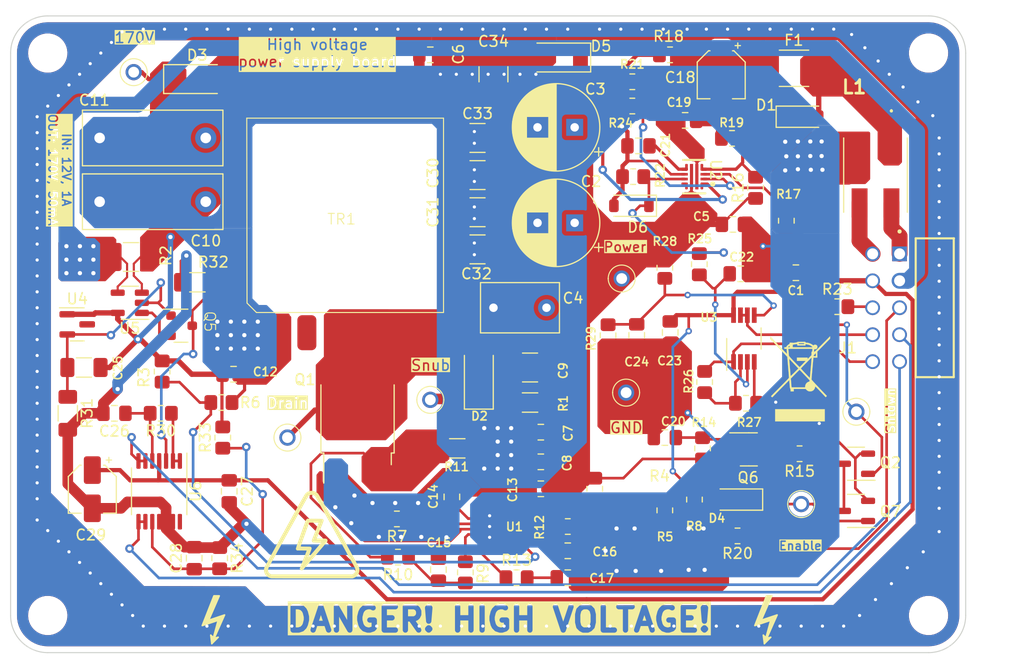
<source format=kicad_pcb>
(kicad_pcb (version 20221018) (generator pcbnew)
  (title_block (date "2023-08-24"))
  (layers (0 "F.Cu" signal) (31 "B.Cu" signal) (34 "B.Paste" user) (35 "F.Paste" user) (36 "B.SilkS" user "B.Silkscreen") (37 "F.SilkS" user "F.Silkscreen") (38 "B.Mask" user) (39 "F.Mask" user) (44 "Edge.Cuts" user))
  (net 0 "")
  (net 1 "GND")
  (net 2 "/Input stage/Cin")
  (net 3 "+3V3")
  (net 4 "/Output measurements/Rs+")
  (net 5 "Net-(U1-VCC)")
  (net 6 "Net-(C15-Pad2)")
  (net 7 "Net-(U1-SS)")
  (net 8 "Net-(C17-Pad1)")
  (net 9 "Net-(U2-dVdt)")
  (net 10 "Net-(U4-A)")
  (net 11 "Net-(D3-A)")
  (net 12 "/Power /Enable")
  (net 13 "/Power /Pgood")
  (net 14 "Net-(J1-Pad01)")
  (net 15 "Net-(U3A-+)")
  (net 16 "Net-(J1-Pad02)")
  (net 17 "/Connector/Vvout")
  (net 18 "/Connector/Vvin")
  (net 19 "Net-(D2-A)")
  (net 20 "Net-(D2-K)")
  (net 21 "Net-(U3B-+)")
  (net 22 "Net-(U6B-+)")
  (net 23 "Net-(U6C-+)")
  (net 24 "/Connector/Shtdwn")
  (net 25 "Net-(Q1-G)")
  (net 26 "Net-(Q2-G)")
  (net 27 "Net-(U6A-+)")
  (net 28 "Net-(U2-PGTH)")
  (net 29 "Net-(U1-FB)")
  (net 30 "Net-(U1-GATE)")
  (net 31 "Net-(U1-CS)")
  (net 32 "Net-(U1-RT)")
  (net 33 "Net-(U1-COMP)")
  (net 34 "/Connector/Viout")
  (net 35 "Net-(U2-PG)")
  (net 36 "/Connector/Viin")
  (net 37 "Net-(U2-EN_UVLO)")
  (net 38 "/Input stage/Imon")
  (net 39 "/Output measurements/Rs-")
  (net 40 "/Connector/Vin")
  (net 41 "Net-(Q6-G)")
  (net 42 "Net-(Q1-S)")
  (net 43 "Net-(Q6-D)")
  (net 44 "Net-(Q5-Pad2)")
  (net 45 "Net-(Q7-G)")
  (net 46 "Net-(U2-OVLO)")
  (net 47 "Net-(U3A--)")
  (net 48 "Net-(U6A--)")
  (net 51 "/Connector/fuse_tvs")
  (net 52 "Net-(D4-K)")
  (footprint "MountingHole:MountingHole_3.2mm_M3_ISO7380" (layer "F.Cu") (at 110 111)
    (fp_text reference "H3" hide)
    (fp_text value "MountingHole" hide)
  )
  (footprint "Package_TO_SOT_SMD:SOT-23" (layer "F.Cu") (at 112.776 83.566)
    (fp_text reference "U4")
    (fp_text value "LM4040DBZ-5")
  )
  (footprint "Capacitor_THT:CP_Radial_D8.0mm_P3.50mm" (layer "F.Cu") (at 159.652651 65 180)
    (fp_text reference "C3")
    (fp_text value "220u")
  )
  (footprint "Capacitor_THT:C_Rect_L7.2mm_W4.5mm_P5.00mm_FKS2_FKP2_MKS2_MKP2" (layer "F.Cu") (at 157 82 180)
    (fp_text reference "C4")
    (fp_text value "1u")
  )
  (footprint "Resistor_SMD:R_1206_3216Metric_Pad1.30x1.75mm_HandSolder" (layer "F.Cu") (at 111.887 91.948 -90)
    (fp_text reference "R31")
    (fp_text value "1M27")
  )
  (footprint "Resistor_SMD:R_0805_2012Metric_Pad1.20x1.40mm_HandSolder" (layer "F.Cu") (at 168.148 101.092 -90)
    (fp_text reference "R5")
    (fp_text value "3k3")
  )
  (footprint "Capacitor_SMD:C_0805_2012Metric_Pad1.18x1.45mm_HandSolder" (layer "F.Cu") (at 159.004 104.902)
    (fp_text reference "C16")
    (fp_text value "100n")
  )
  (footprint "Resistor_SMD:R_0805_2012Metric_Pad1.20x1.40mm_HandSolder" (layer "F.Cu") (at 161.544 99.06 -90)
    (fp_text reference "R4")
    (fp_text value "21k5")
  )
  (footprint "Symbol:WEEE-Logo_5.6x8mm_SilkScreen" (layer "F.Cu") (at 180.9 88.7)
    (fp_text reference "REF**" hide)
    (fp_text value "WEEE-Logo_5.6x8mm_SilkScreen" hide)
  )
  (footprint "Capacitor_SMD:C_0805_2012Metric_Pad1.18x1.45mm_HandSolder" (layer "F.Cu") (at 146.812 106.68 -90)
    (fp_text reference "C15")
    (fp_text value "10n")
  )
  (footprint "Diode_SMD:D_SOD-128" (layer "F.Cu") (at 150.622 88.392 90)
    (fp_text reference "D2")
    (fp_text value "RF302LAM2S")
  )
  (footprint "Capacitor_SMD:C_1210_3225Metric_Pad1.33x2.70mm_HandSolder" (layer "F.Cu") (at 150.5 66)
    (fp_text reference "C33")
    (fp_text value "10u" hide)
  )
  (footprint "Resistor_SMD:R_1206_3216Metric_Pad1.30x1.75mm_HandSolder" (layer "F.Cu") (at 148.59 95.25)
    (fp_text reference "R11")
    (fp_text value "10m")
  )
  (footprint "MountingHole:MountingHole_3.2mm_M3_ISO7380" (layer "F.Cu") (at 193 111)
    (fp_text reference "H4" hide)
    (fp_text value "MountingHole" hide)
  )
  (footprint "Package_TO_SOT_SMD:SOT-23-3" (layer "F.Cu") (at 186.164 101.146 180)
    (fp_text reference "Q7")
    (fp_text value "DMN65D8L")
  )
  (footprint "nixie_psu_lib:5003" (layer "F.Cu") (at 164.5 90)
    (fp_text reference "TP5" hide)
    (fp_text value "GND" hide)
  )
  (footprint "Diode_SMD:D_SOD-123" (layer "F.Cu") (at 181 64)
    (fp_text reference "D1")
    (fp_text value "D_TVS")
  )
  (footprint "nixie_psu_lib:5003" (layer "F.Cu") (at 118.1 59.8)
    (fp_text reference "TP3" hide)
    (fp_text value "Out" hide)
  )
  (footprint "Capacitor_SMD:C_0805_2012Metric_Pad1.18x1.45mm_HandSolder" (layer "F.Cu") (at 116.2812 91.948 180)
    (fp_text reference "C26")
    (fp_text value "100n")
  )
  (footprint "Capacitor_SMD:C_0805_2012Metric_Pad1.18x1.45mm_HandSolder" (layer "F.Cu") (at 168.656 84.328 90)
    (fp_text reference "C23")
    (fp_text value "100n")
  )
  (footprint "Resistor_SMD:R_0805_2012Metric_Pad1.20x1.40mm_HandSolder" (layer "F.Cu") (at 176.7 70.7 90)
    (fp_text reference "R16")
    (fp_text value "47k")
  )
  (footprint "nixie_psu_lib:5003" (layer "F.Cu") (at 132.588 94.234)
    (fp_text reference "TP4" hide)
    (fp_text value "Drain" hide)
  )
  (footprint "Resistor_SMD:R_0805_2012Metric_Pad1.20x1.40mm_HandSolder" (layer "F.Cu") (at 149.352 106.934 -90)
    (fp_text reference "R9")
    (fp_text value "0R")
  )
  (footprint "Resistor_SMD:R_0805_2012Metric_Pad1.20x1.40mm_HandSolder" (layer "F.Cu") (at 126.492 94.234 90)
    (fp_text reference locked "R33")
    (fp_text value "1M5")
  )
  (footprint "Capacitor_SMD:C_0805_2012Metric_Pad1.18x1.45mm_HandSolder" (layer "F.Cu") (at 174.564 74.146)
    (fp_text reference "C5")
    (fp_text value "10u")
  )
  (footprint "Capacitor_THT:CP_Radial_D8.0mm_P3.50mm" (layer "F.Cu") (at 159.652651 74 180)
    (fp_text reference "C2")
    (fp_text value "220u")
  )
  (footprint "Diode_SMD:D_SOD-128" (layer "F.Cu") (at 124.079 60.452)
    (fp_text reference "D3")
    (fp_text value "RF101LAM4S")
  )
  (footprint "Capacitor_THT:C_Rect_L13.0mm_W5.0mm_P10.00mm_FKS3_FKP3_MKS4" (layer "F.Cu") (at 124.888 66 180)
    (fp_text reference "C11")
    (fp_text value "220n")
  )
  (footprint "Package_TO_SOT_SMD:SOT-23-3" (layer "F.Cu") (at 176.064 95.346)
    (fp_text reference "Q6")
    (fp_text value "DMP610DL-7")
  )
  (footprint "Resistor_SMD:R_0805_2012Metric_Pad1.20x1.40mm_HandSolder" (layer "F.Cu") (at 162.8 84.6 90)
    (fp_text reference "R29")
    (fp_text value "2k49")
  )
  (footprint "Capacitor_SMD:C_0805_2012Metric_Pad1.18x1.45mm_HandSolder" (layer "F.Cu") (at 156.464 99.06 180)
    (fp_text reference "C13")
    (fp_text value "100n")
  )
  (footprint "Package_TO_SOT_SMD:SOT-23-3" (layer "F.Cu") (at 186.164 96.7 180)
    (fp_text reference "Q2")
    (fp_text value "DMN65D8L")
  )
  (footprint "nixie_psu_lib:5003" (layer "F.Cu") (at 164.084 79.248)
    (fp_text reference "TP1" hide)
    (fp_text value "Power" hide)
  )
  (footprint "Capacitor_SMD:C_1206_3216Metric_Pad1.33x1.80mm_HandSolder" (layer "F.Cu") (at 113.411 87.63 180)
    (fp_text reference locked "C25")
    (fp_text value "100n")
  )
  (footprint "Resistor_SMD:R_0805_2012Metric_Pad1.20x1.40mm_HandSolder" (layer "F.Cu") (at 175 103.5 180)
    (fp_text reference "R20")
    (fp_text value "47k")
  )
  (footprint "Capacitor_SMD:C_0805_2012Metric_Pad1.18x1.45mm_HandSolder" (layer "F.Cu") (at 156.464 96.52 180)
    (fp_text reference "C8")
    (fp_text value "10u")
  )
  (footprint "Capacitor_SMD:C_0805_2012Metric_Pad1.18x1.45mm_HandSolder" (layer "F.Cu") (at 180.5 78.7 180)
    (fp_text reference "C1")
    (fp_text value "100n")
  )
  (footprint "Package_SO:VSSOP-8_3.0x3.0mm_P0.65mm" (layer "F.Cu") (at 175.6 84.9 90)
    (fp_text reference "U3")
    (fp_text value "LMV358")
  )
  (footprint "Capacitor_SMD:C_0805_2012Metric_Pad1.18x1.45mm_HandSolder" (layer "F.Cu") (at 159.004 107.442)
    (fp_text reference "C17")
    (fp_text value "470n")
  )
  (footprint "Capacitor_SMD:C_0805_2012Metric_Pad1.18x1.45mm_HandSolder" (layer "F.Cu") (at 156.464 93.726 180)
    (fp_text reference "C7")
    (fp_text value "10u")
  )
  (footprint "Capacitor_SMD:CP_Elec_4x5.7" (layer "F.Cu") (at 173.464 60.046 -90)
    (fp_text reference "C18")
    (fp_text value "1u")
  )
  (footprint "nixie_psu_lib:high_voltage_9mm" (layer "F.Cu") (at 134.874 103.378)
    (fp_text reference "G***" hide)
    (fp_text value "LOGO" hide)
  )
  (footprint "Diode_SMD:D_SOD-128" (layer "F.Cu") (at 158 58.42 180)
    (fp_text reference "D5")
    (fp_text value "RR1LAM4STR")
  )
  (footprint "Resistor_SMD:R_0805_2012Metric_Pad1.20x1.40mm_HandSolder" (layer "F.Cu") (at 180.848 95.758 180)
    (fp_text reference "R15")
    (fp_text value "150R")
  )
  (footprint "nixie_psu_lib:SAMTEC_IPS1-105-01-L-D-RA" (layer "F.Cu") (at 189 82 90)
    (fp_text reference "J1")
    (fp_text value "IPS1-105-01-L-D-RA")
  )
  (footprint "Capacitor_SMD:C_1210_3225Metric_Pad1.33x2.70mm_HandSolder" (layer "F.Cu") (at 152 60 -90)
    (fp_text reference "C34")
    (fp_text value "10u")
  )
  (footprint "Capacitor_SMD:C_0805_2012Metric_Pad1.18x1.45mm_HandSolder" (layer "F.Cu") (at 148.082 99.822 90)
    (fp_text reference "C14")
    (fp_text value "1u5")
  )
  (footprint "nixie_psu_lib:5003" (layer "F.Cu") (at 146.05 90.678)
    (fp_text reference "TP2" hide)
    (fp_text value "Snubber" hide)
  )
  (footprint "Resistor_SMD:R_0805_2012Metric_Pad1.20x1.40mm_HandSolder" (layer "F.Cu") (at 171.9 89 90)
    (fp_text reference "R26")
    (fp_text value "21k")
  )
  (footprint "Resistor_SMD:R_1206_3216Metric_Pad1.30x1.75mm_HandSolder" (layer "F.Cu") (at 155.448 90.932 180)
    (fp_text reference "R1")
    (fp_text value "3k3")
  )
  (footprint "Resistor_SMD:R_0805_2012Metric_Pad1.20x1.40mm_HandSolder" (layer "F.Cu") (at 168.148 78.232 90)
    (fp_text reference "R28")
    (fp_text value "7k68")
  )
  (footprint "Capacitor_SMD:C_0805_2012Metric_Pad1.18x1.45mm_HandSolder" (layer "F.Cu") (at 168.148 94.234 180)
    (fp_text reference "C20")
    (fp_text value "100n")
  )
  (footprint "Resistor_SMD:R_0805_2012Metric_Pad1.20x1.40mm_HandSolder" (layer "F.Cu") (at 165.084 62.992 180)
    (fp_text reference "R24")
    (fp_text value "57k6")
  )
  (footprint "Capacitor_SMD:C_0805_2012Metric_Pad1.18x1.45mm_HandSolder" (layer "F.Cu") (at 175.3 78.8)
    (fp_text reference "C22")
    (fp_text value "100n")
  )
  (footprint "Resistor_SMD:R_0805_2012Metric_Pad1.20x1.40mm_HandSolder" (layer "F.Cu") (at 168.64 58.166 180)
    (fp_text reference "R18")
    (fp_text value "470k")
  )
  (footprint "Resistor_SMD:R_0805_2012Metric_Pad1.20x1.40mm_HandSolder" (layer "F.Cu") (at 170.942 100.076 -90)
    (fp_text reference "R8")
    (fp_text value "22k")
  )
  (footprint "Resistor_SMD:R_0805_2012Metric_Pad1.20x1.40mm_HandSolder" (layer "F.Cu") (at 143 105.5 180)
    (fp_text reference "R10")
    (fp_text value "20R")
  )
  (footprint "nixie_psu_lib:SOT-23_diodes" (layer "F.Cu") (at 121.1675 82.343 -90)
    (fp_text reference "Q5")
    (fp_text value "FMMT560")
  )
  (footprint "nixie_psu_lib:RPW0010A-MFG" (layer "F.Cu") (at 170.914 69.646 180)
    (fp_text reference "U2")
    (fp_text value "LM73100RPWR" hide)
  )
  (footprint "Capacitor_SMD:C_1210_3225Metric_Pad1.33x2.70mm_HandSolder" (layer "F.Cu") (at 150.5 73)
    (fp_text reference "C31")
    (fp_text value "10u" hide)
  )
  (footprint "MountingHole:MountingHole_3.2mm_M3_ISO7380" (layer "F.Cu") (at 110 58)
    (fp_text reference "H2" hide)
    (fp_text value "MountingHole" hide)
  )
  (footprint "Resistor_SMD:R_0805_2012Metric_Pad1.20x1.40mm_HandSolder" (layer "F.Cu") (at 126.2 105.6 -90)
    (fp_text reference "R34")
    (fp_text value "26k1")
  )
  (footprint "Resistor_SMD:R_1210_3225Metric_Pad1.30x2.65mm_HandSolder" (layer "F.Cu") (at 117.856 77.216 180)
    (fp_text reference "R2")
    (fp_text value "1R")
  )
  (footprint "Diode_SMD:D_SOD-123" (layer "F.Cu") (at 165 72.39 180)
    (fp_text reference "D6")
    (fp_text value "1V8")
  )
  (footprint "Capacitor_SMD:C_1210_3225Metric_Pad1.33x2.70mm_HandSolder" (layer "F.Cu") (at 155.448 87.63 180)
    (fp_text reference "C9")
    (fp_text value "47n")
  )
  (footprint "Resistor_SMD:R_0805_2012Metric_Pad1.20x1.40mm_HandSolder" (layer "F.Cu") (at 174.482 66.04 180)
    (fp_text reference "R19")
    (fp_text value "15k")
  )
  (footprint "Package_SO:TSSOP-14_4.4x5mm_P0.65mm" (layer "F.Cu") (at 120.5 99.3 -90)
    (fp_text reference "U6")
    (fp_text value "LMV324")
  )
  (footprint "Capacitor_SMD:C_1210_3225Metric_Pad1.33x2.70mm_HandSolder" (layer "F.Cu") (at 150.5 69.5)
    (fp_text reference "C30")
    (fp_text value "10u" hide)
  )
  (footprint "Resistor_SMD:R_0805_2012Metric_Pad1.20x1.40mm_HandSolder" (layer "F.Cu") (at 179.6 73.8 90)
    (fp_text reference "R17")
    (fp_text value "47k")
  )
  (footprint "Capacitor_SMD:C_0805_2012Metric_Pad1.18x1.45mm_HandSolder" (layer "F.Cu") (at 123.8 105.6 90)
    (fp_text reference "C28")
    (fp_text value "2n2")
  )
  (footprint "Capacitor_SMD:CP_Elec_4x5.7" (layer "F.Cu") (at 114.2 99.1 -90)
    (fp_text reference "C29")
    (fp_text value "1u")
  )
  (footprint "Package_TO_SOT_SMD:TO-252-2" (layer "F.Cu") (at 139.192 92.378 90)
    (fp_text reference "Q1")
    (fp_text value "DMTH10H025SK3")
  )
  (footprint "Resistor_SMD:R_0805_2012Metric_Pad1.20x1.40mm_HandSolder" (layer "F.Cu") (at 159.004 102.616)
    (fp_text reference "R12")
    (fp_text value "220k")
  )
  (footprint "Resistor_SMD:R_0805_2012Metric_Pad1.20x1.40mm_HandSolder" (layer "F.Cu") (at 175.8 91 180)
    (fp_text reference "R27")
    (fp_text value "10k")
  )
  (footprint "Capacitor_SMD:C_0805_2012Metric_Pad1.18x1.45mm_HandSolder" (layer "F.Cu") (at 165.664 66.746 180)
    (fp_text reference "C21")
    (fp_text value "3n3")
  )
  (footprint "Diode_SMD:D_SOD-123" (layer "F.Cu") (at 175.006 100.076 180)
    (fp_text reference "D4")
    (fp_text value "1N4148W")
  )
  (footprint "Resistor_SMD:R_0805_2012Metric_Pad1.20x1.40mm_HandSolder" (layer "F.Cu") (at 126.365 90.932)
    (fp_text reference "R6")
    (fp_text value "10k" hide)
  )
  (footprint "Resistor_SMD:R_0805_2012Metric_Pad1.20x1.40mm_HandSolder" (layer "F.Cu") (at 142.9 101.9 180)
    (fp_text reference "R7")
    (fp_text value "0R")
  )
  (footprint "nixie_psu_lib:5003" (layer "F.Cu") (at 181 100.5)
    (fp_text reference "TP6" hide)
    (fp_text value "Enable" hide)
  )
  (footprint "nixie_psu_lib:DA2033-AL" (layer "F.Cu") (at 137.668 73.66 90)
    (fp_text reference "TR1")
    (fp_text value "DA2033-AL")
  )
  (footprint "Capacitor_SMD:C_1210_3225Metric_Pad1.33x2.70mm_HandSolder" (layer "F.Cu") (at 150.5 76.5)
    (fp_text reference "C32")
    (fp_text value "10u" hide)
  )
  (footprint "Capacitor_SMD:C_0805_2012Metric_Pad1.18x1.45mm_HandSolder" (layer "F.Cu") (at 127.1 99.3 90)
    (fp_text reference "C27")
    (fp_text value "100n")
  )
  (footprint "MountingHole:MountingHole_3.2mm_M3_ISO7380" (layer "F.Cu") (at 193 58)
    (fp_text reference "H1" hide)
    (fp_text value "MountingHole" hide)
  )
  (footprint "Capacitor_SMD:C_0805_2012Metric_Pad1.18x1.45mm_HandSolder" (layer "F.Cu") (at 165.5 84.6 -90)
    (fp_text reference "C24")
    (fp_text value "20n")
  )
  (footprint "Capacitor_THT:C_Rect_L13.0mm_W5.0mm_P10.00mm_FKS3_FKP3_MKS4" (layer "F.Cu") (at 124.888 72.009 180)
    (fp_text reference "C10")
    (fp_text value "220n")
  )
  (footprint "Resistor_SMD:R_0805_2012Metric_Pad1.20x1.40mm_HandSolder" (layer "F.Cu") (at 165.164 69.646 180)
    (fp_text reference "R22")
    (fp_text value "2k49")
  )
  (footprint "Fuse:Fuse_1812_4532Metric_Pad1.30x3.40mm_HandSolder" (layer "F.Cu") (at 180.324 59.436 180)
    (fp_text reference "F1")
    (fp_text value "Polyfuse")
  )
  (footprint "nixie_psu_lib:5003" (layer "F.Cu") (at 186.2 91.8)
    (fp_text reference "TP7" hide)
    (fp_text value "Shtdwn" hide)
  )
  (footprint "Resistor_SMD:R_1206_3216Metric_Pad1.30x1.75mm_HandSolder" (layer "F.Cu") (at 124.1 79.6 180)
    (fp_text reference "R32")
    (fp_text value "249k")
  )
  (footprint "nixie_psu_lib:DSS0012B" (layer "F.Cu") (at 151.637997 102.616)
    (fp_text reference "U1")
    (fp_text value "LM5155DSSR" hide)
  )
  (footprint "Capacitor_SMD:C_0805_2012Metric_Pad1.18x1.45mm_HandSolder" (layer "F.Cu") (at 146.05 58.166)
    (fp_text reference "C6")
    (fp_text value "10u")
  )
  (footprint "Capacitor_SMD:C_0805_2012Metric_Pad1.18x1.45mm_HandSolder" (layer "F.Cu") (at 127.508 88.265)
    (fp_text reference "C12")
    (fp_text value "10n")
  )
  (footprint "Resistor_SMD:R_0805_2012Metric_Pad1.20x1.40mm_HandSolder" (layer "F.Cu") (at 184.4 81.9)
    (fp_text reference "R23")
    (fp_text value "150R")
  )
  (footprint "Resistor_SMD:R_0805_2012Metric_Pad1.20x1.40mm_HandSolder" (layer "F.Cu") (at 171.4 77.9 -90)
    (fp_text reference "R25")
    (fp_text value "511R")
  )
  (footprint "Resistor_SMD:R_0805_2012Metric_Pad1.20x1.40mm_HandSolder" (layer "F.Cu") (at 171.704 95.25 90)
    (fp_text reference "R14")
    (fp_text value "220k")
  )
  (footprint "Resistor_SMD:R_0805_2012Metric_Pad1.20x1.40mm_HandSolder" (layer "F.Cu") (at 165.084 60.706)
    (fp_text reference "R21")
    (fp_text value "113k")
  )
  (footprint "Resistor_SMD:R_0805_2012Metric_Pad1.20x1.40mm_HandSolder" (layer "F.Cu") (at 154.178 107.442 180)
    (fp_text reference "R13")
    (fp_text value "470")
  )
  (footprint "Capacitor_SMD:C_0805_2012Metric_Pad1.18x1.45mm_HandSolder" (layer "F.Cu") (at 170.064 64.346)
    (fp_text reference "C19")
    (fp_text value "100n")
  )
  (footprint "Resistor_SMD:R_0805_2012Metric_Pad1.20x1.40mm_HandSolder" (layer "F.Cu") (at 120.65 91.948 180)
    (fp_text reference "R30")
    (fp_text value "511R")
  )
  (footprint "Resistor_SMD:R_0805_2012Metric_Pad1.20x1.40mm_HandSolder" (layer "F.Cu") (at 120.777 88.011 -90)
    (fp_text reference "R3")
    (fp_text value "1M69")
  )
  (footprint "Package_TO_SOT_SMD:SOT-23-5" (layer "F.Cu") (at 117.729 81.534 180)
    (fp_text reference "U5")
    (fp_text value "INA138")
  )
  (footprint "nixie_psu_lib:PA4339101NLT" (layer "F.Cu") (at 188 69.5 -90)
    (fp_text reference "L1")
    (fp_text value "PA4339.101NLT" hide)
  )
  (gr_poly locked (pts (xy 177.53 113.65) (xy 178.73 110.95) (xy 177.23 111.45) (xy 178.23 109.15) (xy 177.73 109.15) (xy 176.63 111.95) (xy 178.13 111.45)) (stroke (width 0.15)) (fill solid) (layer "F.SilkS"))
  (gr_poly locked (pts (xy 125.46 113.65) (xy 126.66 110.95) (xy 125.16 111.45) (xy 126.16 109.15) (xy 125.66 109.15) (xy 124.56 111.95) (xy 126.06 111.45)) (stroke (width 0.15)) (fill solid) (layer "F.SilkS"))
  (gr_poly locked (pts (xy 177.43 112.85) (xy 177.73 113.15) (xy 178.13 113.05) (xy 177.53 113.65)) (stroke (width 0.15)) (fill solid) (layer "F.SilkS"))
  (gr_poly locked (pts (xy 125.36 112.85) (xy 125.66 113.15) (xy 126.06 113.05) (xy 125.46 113.65)) (stroke (width 0.15)) (fill solid) (layer "F.SilkS"))
  (gr_line locked (start 196.5 58) (end 196.5 111) (stroke (width 0.1)) (layer "Edge.Cuts"))
  (gr_line locked (start 110 114.5) (end 193 114.5) (stroke (width 0.1)) (layer "Edge.Cuts"))
  (gr_arc locked (start 196.5 111) (mid 195.474874 113.474874) (end 193 114.5) (stroke (width 0.1)) (layer "Edge.Cuts"))
  (gr_arc locked (start 106.5 58) (mid 107.525126 55.525126) (end 110 54.5) (stroke (width 0.1)) (layer "Edge.Cuts"))
  (gr_arc locked (start 110 114.5) (mid 107.525126 113.474874) (end 106.5 111) (stroke (width 0.1)) (layer "Edge.Cuts"))
  (gr_arc locked (start 193 54.5) (mid 195.474874 55.525126) (end 196.5 58) (stroke (width 0.1)) (layer "Edge.Cuts"))
  (gr_line locked (start 106.5 58) (end 106.5 111) (stroke (width 0.1)) (layer "Edge.Cuts"))
  (gr_line locked (start 110 54.5) (end 193 54.5) (stroke (width 0.1)) (layer "Edge.Cuts"))
  (gr_text "Power" (at 162.3 76.8) (layer "F.SilkS" knockout) (effects (font (size 0.9 0.9)) (justify left bottom)))
  (gr_text locked "170V" (at 116.2 57.14) (layer "F.SilkS" knockout) (effects (font (size 1 1)) (justify left bottom)))
  (gr_text "High voltage\npower supply board" (at 135.4 59.4) (layer "F.SilkS" knockout) (effects (font (size 1 1)) (justify bottom)))
  (gr_text locked "DANGER! HIGH VOLTAGE!" (at 152.5 111.379) (layer "F.SilkS" knockout) (effects (font (size 2.2 2.2) (thickness 0.5) bold)))
  (gr_text "Shtdwn" (at 189.9 93.9 90) (layer "F.SilkS" knockout) (effects (font (size 0.8 0.8)) (justify left bottom)))
  (gr_text locked "Snub" (at 144.145 88.011) (layer "F.SilkS" knockout) (effects (font (size 1 1)) (justify left bottom)))
  (gr_text "Enable" (at 178.816 104.902) (layer "F.SilkS" knockout) (effects (font (size 0.8 0.8)) (justify left bottom)))
  (gr_text "IN: 12V, 1A\nOUT: 170V, 50mA" (at 110 69 270) (layer "F.SilkS" knockout) (effects (font (size 0.8 0.8)) (justify bottom)))
  (gr_text locked "Drain" (at 130.56 91.58) (layer "F.SilkS" knockout) (effects (font (size 1 1)) (justify left bottom)))
  (gr_text "GND" (at 162.9 93.9) (layer "F.SilkS" knockout) (effects (font (size 1 1)) (justify left bottom)))
  (segment (start 171.1015 64.346) (end 173.41 64.346) (width 1) (layer "F.Cu") (net 1))
  (segment locked (start 150.14 95.224) (end 150.14 95.25) (width 0.25) (layer "F.Cu") (net 1))
  (segment (start 155.8 58.42) (end 152.0175 58.42) (width 0.5) (layer "F.Cu") (net 1))
  (segment (start 168.384 85.6375) (end 168.656 85.3655) (width 0.25) (layer "F.Cu") (net 1))
  (segment locked (start 150.687999 102.866) (end 148.34 102.866) (width 0.25) (layer "F.Cu") (net 1))
  (segment (start 164.5 90) (end 165.5 89) (width 0.25) (layer "F.Cu") (net 1))
  (segment locked (start 121.8 102.1625) (end 121.15 102.1625) (width 0.25) (layer "F.Cu") (net 1))
  (segment locked (start 160.0415 107.442) (end 160.0415 107.4205) (width 0.5) (layer "F.Cu") (net 1))
  (segment (start 186.3 99.2) (end 186.1 99) (width 0.25) (layer "F.Cu") (net 1))
  (segment (start 165.5 89) (end 165.5 85.6375) (width 0.25) (layer "F.Cu") (net 1))
  (segment locked (start 123.8 104.5625) (end 122.9 104.5625) (width 1) (layer "F.Cu") (net 1))
  (segment (start 179.4916 66.3616) (end 179.4948 66.3584) (width 1) (layer "F.Cu") (net 1))
  (segment locked (start 127.1 100.3375) (end 127.1 100.7348) (width 1) (layer "F.Cu") (net 1))
  (segment (start 165.5 85.6375) (end 168.384 85.6375) (width 0.25) (layer "F.Cu") (net 1))
  (segment locked (start 148.34 102.866) (end 147.574 103.632) (width 0.25) (layer "F.Cu") (net 1))
  (segment (start 175.6015 74.146) (end 175.6015 76.3015) (width 0.25) (layer "F.Cu") (net 1))
  (segment locked (start 155.4265 96.52) (end 155.4265 93.726) (width 0.5) (layer "F.Cu") (net 1))
  (segment (start 176.4 77.1) (end 176.45 77.15) (width 0.25) (layer "F.Cu") (net 1))
  (segment (start 179.35 66.2136) (end 179.4948 66.3584) (width 0.5) (layer "F.Cu") (net 1))
  (segment locked (start 151.871997 103.866) (end 151.637997 103.632) (width 0.2) (layer "F.Cu") (net 1))
  (segment (start 175.6015 76.3015) (end 176.4 77.1) (width 0.25) (layer "F.Cu") (net 1))
  (segment (start 122.55 79.6) (end 122.55 77.602) (width 0.25) (layer "F.Cu") (net 1))
  (segment (start 173.464 61.846) (end 174.9824 61.846) (width 1) (layer "F.Cu") (net 1))
  (segment (start 176.4 77.1) (end 176.4 78.7375) (width 0.25) (layer "F.Cu") (net 1))
  (segment (start 173.41 64.346) (end 173.464 64.4) (width 1) (layer "F.Cu") (net 1))
  (segment (start 179.35 64) (end 179.35 66.2136) (width 0.5) (layer "F.Cu") (net 1))
  (segment locked (start 127.1 100.7348) (end 128.7272 102.362) (width 1) (layer "F.Cu") (net 1))
  (segment (start 164.164 69.646) (end 164.164 68.636) (width 0.4) (layer "F.Cu") (net 1))
  (segment (start 164.164 68.636) (end 164.6265 68.1735) (width 0.4) (layer "F.Cu") (net 1))
  (segment (start 168.720999 69.420999) (end 167.4735 68.1735) (width 0.25) (layer "F.Cu") (net 1))
  (segment (start 187.3015 95.75) (end 186.55 95.75) (width 0.25) (layer "F.Cu") (net 1))
  (segment (start 162.8 85.6) (end 165.4625 85.6) (width 0.25) (layer "F.Cu") (net 1))
  (segment locked (start 150.14 95.25) (end 150.368 95.25) (width 0.25) (layer "F.Cu") (net 1))
  (segment (start 168.148 104.252) (end 167.4 105) (width 0.25) (layer "F.Cu") (net 1))
  (segment locked (start 146.812 105.6425) (end 146.812 104.394) (width 0.5) (layer "F.Cu") (net 1))
  (segment locked (start 120.5 102.1625) (end 121.15 102.1625) (width 0.25) (layer "F.Cu") (net 1))
  (segment (start 186.55 95.75) (end 186.1 96.2) (width 0.25) (layer "F.Cu") (net 1))
  (segment (start 167.1105 92.6105) (end 164.5 90) (width 0.25) (layer "F.Cu") (net 1))
  (segment locked (start 122.9 104.5625) (end 121.15 102.8125) (width 1) (layer "F.Cu") (net 1))
  (segment (start 176.575 90.775) (end 176.8 91) (width 0.25) (layer "F.Cu") (net 1))
  (segment (start 165.4625 85.6) (end 165.5 85.6375) (width 0.25) (layer "F.Cu") (net 1))
  (segment locked (start 160.004 102.616) (end 160.0548 102.6668) (width 0.5) (layer "F.Cu") (net 1))
  (segment (start 164.6265 66.746) (end 164.6265 65.4265) (width 0.4) (layer "F.Cu") (net 1))
  (segment locked (start 113.437 91.948) (end 111.887 93.498) (width 1) (layer "F.Cu") (net 1))
  (segment (start 187.296 100.196) (end 186.3 99.2) (width 0.25) (layer "F.Cu") (net 1))
  (segment locked (start 115.2437 91.948) (end 115.2437 91.0043) (width 1) (layer "F.Cu") (net 1))
  (segment (start 178.5 91) (end 178.6 90.9) (width 0.25) (layer "F.Cu") (net 1))
  (segment (start 147.0875 58.166) (end 151.7285 58.166) (width 0.5) (layer "F.Cu") (net 1))
  (segment (start 176.4 78.7375) (end 176.3375 78.8) (width 0.25) (layer "F.Cu") (net 1))
  (segment locked (start 121.15 102.1625) (end 121.15 100.85) (width 1) (layer "F.Cu") (net 1))
  (segment (start 183 69) (end 183 66.4092) (width 1) (layer "F.Cu") (net 1))
  (segment locked (start 117.5 100.3) (end 116.9 100.9) (width 1) (layer "F.Cu") (net 1))
  (segment locked (start 162.56 103.7336) (end 162.56 104.902) (width 0.5) (layer "F.Cu") (net 1))
  (segment (start 151.7285 58.166) (end 152 58.4375) (width 0.5) (layer "F.Cu") (net 1))
  (segment (start 122.55 77.602) (end 123.063 77.089) (width 0.25) (layer "F.Cu") (net 1))
  (segment (start 170.3 105) (end 167.4 105) (width 0.25) (layer "F.Cu") (net 1))
  (segment (start 168.148 102.092) (end 168.148 104.252) (width 0.25) (layer "F.Cu") (net 1))
  (segment (start 164.6265 68.1735) (end 164.6265 66.746) (width 0.4) (layer "F.Cu") (net 1))
  (segment (start 173.464 64.4) (end 173.464 66.022) (width 1) (layer "F.Cu") (net 1))
  (segment locked (start 116.9 100.9) (end 114.2 100.9) (width 1) (layer "F.Cu") (net 1))
  (segment (start 168.4 90) (end 170.3 91.9) (width 0.25) (layer "F.Cu") (net 1))
  (segment (start 178 78.7) (end 179.4625 78.7) (width 0.25) (layer "F.Cu") (net 1))
  (segment (start 128.5455 89.7515) (end 128.5455 88.265) (width 0.3) (layer "F.Cu") (net 1))
  (segment (start 164.5 90) (end 168.4 90) (width 0.25) (layer "F.Cu") (net 1))
  (segment locked (start 111.887 98.587) (end 111.887 93.498) (width 1) (layer "F.Cu") (net 1))
  (segment locked (start 161.4932 102.6668) (end 162.56 103.7336) (width 0.5) (layer "F.Cu") (net 1))
  (segment locked (start 160.0415 107.4205) (end 162.56 104.902) (width 0.5) (layer "F.Cu") (net 1))
  (segment locked (start 121.15 102.8125) (end 121.15 102.1625) (width 1) (layer "F.Cu") (net 1))
  (segment (start 183 66.4092) (end 182.9238 66.333) (width 1) (layer "F.Cu") (net 1))
  (segment (start 164.164 70.936) (end 164.164 69.646) (width 0.4) (layer "F.Cu") (net 1))
  (segment (start 176.575 87.1) (end 176.575 90.775) (width 0.25) (layer "F.Cu") (net 1))
  (segment locked (start 131.8768 84.3522) (end 132 84.229) (width 0.25) (layer "F.Cu") (net 1))
  (segment locked (start 120.6 100.3) (end 117.5 100.3) (width 1) (layer "F.Cu") (net 1))
  (segment locked (start 160.004 104.8645) (end 160.0415 104.902) (width 0.5) (layer "F.Cu") (net 1))
  (segment (start 182.9422 69.0578) (end 183 69) (width 1) (layer "F.Cu") (net 1))
  (segment (start 176.8 91) (end 178.5 91) (width 0.25) (layer "F.Cu") (net 1))
  (segment (start 167.4 105) (end 162.658 105) (width 0.25) (layer "F.Cu") (net 1))
  (segment (start 162.658 105) (end 162.56 104.902) (width 0.25) (layer "F.Cu") (net 1))
  (segment (start 164.6265 65.4265) (end 164.1 64.9) (width 0.4) (layer "F.Cu") (net 1))
  (segment (start 167.4735 68.1735) (end 164.6265 68.1735) (width 0.25) (layer "F.Cu") (net 1))
  (segment (start 127.365 90.932) (end 128.5455 89.7515) (width 0.3) (layer "F.Cu") (net 1))
  (segment locked (start 160.0415 104.902) (end 162.56 104.902) (width 0.5) (layer "F.Cu") (net 1))
  (segment (start 179.4916 69.0578) (end 182.9422 69.0578) (width 1) (layer "F.Cu") (net 1))
  (segment (start 174.9824 61.846) (end 179.4948 66.3584) (width 1) (layer "F.Cu") (net 1))
  (segment locked (start 160.0548 102.6668) (end 161.4932 102.6668) (width 0.5) (layer "F.Cu") (net 1))
  (segment (start 163.35 71.75) (end 164.164 70.936) (width 0.4) (layer "F.Cu") (net 1))
  (segment (start 164.084 64.884) (end 164.1 64.9) (width 0.3) (layer "F.Cu") (net 1))
  (segment locked (start 146.812 104.394) (end 147.574 103.632) (width 0.5) (layer "F.Cu") (net 1))
  (segment (start 179.4916 69.0578) (end 179.4916 66.3616) (width 1) (layer "F.Cu") (net 1))
  (segment (start 179.5202 66.333) (end 179.4948 66.3584) (width 1) (layer "F.Cu") (net 1))
  (segment (start 164.084 62.992) (end 164.084 64.884) (width 0.3) (layer "F.Cu") (net 1))
  (segment (start 163.35 72.39) (end 163.35 71.75) (width 0.4) (layer "F.Cu") (net 1))
  (segment (start 182.8 92.9) (end 182.7 92.9) (width 0.25) (layer "F.Cu") (net 1))
  (segment (start 170.013999 69.420999) (end 168.720999 69.420999) (width 0.25) (layer "F.Cu") (net 1))
  (segment (start 171.8 103.5) (end 170.3 105) (width 0.25) (layer "F.Cu") (net 1))
  (segment (start 173.464 66.022) (end 173.482 66.04) (width 1) (layer "F.Cu") (net 1))
  (segment locked (start 114.2 100.9) (end 111.887 98.587) (width 1) (layer "F.Cu") (net 1))
  (segment locked (start 152.587998 103.866) (end 151.871997 103.866) (width 0.2) (layer "F.Cu") (net 1))
  (segment (start 182.9238 66.333) (end 179.5202 66.333) (width 1) (layer "F.Cu") (net 1))
  (segment locked (start 150.368 95.478) (end 150.14 95.25) (width 0.5) (layer "F.Cu") (net 1))
  (segment (start 187.3015 100.196) (end 187.296 100.196) (width 0.25) (layer "F.Cu") (net 1))
  (segment locked (start 123.8375 104.6) (end 123.8 104.5625) (width 1) (layer "F.Cu") (net 1))
  (segment locked (start 160.274 102.346) (end 160.004 102.616) (width 0.5) (layer "F.Cu") (net 1))
  (segment (start 152.0175 58.42) (end 152 58.4375) (width 0.5) (layer "F.Cu") (net 1))
  (segment (start 174 103.5) (end 171.8 103.5) (width 0.25) (layer "F.Cu") (net 1))
  (segment locked (start 128.438 102.362) (end 126.2 104.6) (width 1) (layer "F.Cu") (net 1))
  (segment (start 186.1 96.2) (end 182.8 92.9) (width 0.25) (layer "F.Cu") (net 1))
  (segment (start 167.1105 94.234) (end 167.1105 92.6105) (width 0.25) (layer "F.Cu") (net 1))
  (segment locked (start 128.7272 102.362) (end 128.438 102.362) (width 1) (layer "F.Cu") (net 1))
  (segment locked (start 115.2437 91.0043) (end 116.586 89.662) (width 1) (layer "F.Cu") (net 1))
  (segment (start 173.464 61.846) (end 173.464 64.4) (width 1) (layer "F.Cu") (net 1))
  (segment (start 186.1 99) (end 186.1 96.2) (width 0.25) (layer "F.Cu") (net 1))
  (segment locked (start 121.15 100.85) (end 120.6 100.3) (width 1) (layer "F.Cu") (net 1))
  (segment locked (start 126.2 104.6) (end 123.8375 104.6) (width 1) (layer "F.Cu") (net 1))
  (segment (start 183.7534 66.875) (end 182.9238 67.7046) (width 1.5) (layer "F.Cu") (net 1))
  (segment (start 186.5 66.875) (end 183.7534 66.875) (width 1.5) (layer "F.Cu") (net 1))
  (segment (start 176.45 77.15) (end 178 78.7) (width 0.25) (layer "F.Cu") (net 1))
  (segment locked (start 115.2437 91.948) (end 113.437 91.948) (width 1) (layer "F.Cu") (net 1))
  (segment (start 176.45 77.15) (end 177.4 76.2) (width 0.25) (layer "F.Cu") (net 1))
  (via (at 112 61) (size 0.6) (drill 0.3) (layers "F.Cu" "B.Cu") (net 1))
  (via (at 115 58) (size 0.6) (drill 0.3) (layers "F.Cu" "B.Cu") (net 1))
  (via (at 129.794 83.312) (size 0.8) (drill 0.4) (layers "F.Cu" "B.Cu") (net 1))
  (via (at 169 112) (size 0.6) (drill 0.3) (layers "F.Cu" "B.Cu") (net 1))
  (via (at 145 55.75) (size 0.6) (drill 0.3) (layers "F.Cu" "B.Cu") (net 1))
  (via (at 128.524 83.312) (size 0.8) (drill 0.4) (layers "F.Cu" "B.Cu") (net 1))
  (via (at 151 112) (size 0.6) (drill 0.3) (layers "F.Cu" "B.Cu") (net 1))
  (via (at 150 60) (size 0.6) (drill 0.3) (layers "F.Cu" "B.Cu") (net 1))
  (via (at 127.254 84.582) (size 0.8) (drill 0.4) (layers "F.Cu" "B.Cu") (net 1))
  (via (at 138.6 102.3) (size 0.8) (drill 0.4) (layers "F.Cu" "B.Cu") (net 1))
  (via (at 163.6 102.8) (size 0.8) (drill 0.4) (layers "F.Cu" "B.Cu") (net 1))
  (via (at 194 103.1) (size 0.6) (drill 0.3) (layers "F.Cu" "B.Cu") (net 1))
  (via (at 194 82.5) (size 0.6) (drill 0.3) (layers "F.Cu" "B.Cu") (net 1))
  (via (at 182.9238 67.7046) (size 0.8) (drill 0.4) (layers "F.Cu" "B.Cu") (net 1))
  (via (at 147 55.75) (size 0.6) (drill 0.3) (layers "F.Cu" "B.Cu") (net 1))
  (via (at 194 85.5) (size 0.6) (drill 0.3) (layers "F.Cu" "B.Cu") (net 1))
  (via (at 178.6 90.9) (size 0.6) (drill 0.3) (layers "F.Cu" "B.Cu") (net 1))
  (via (at 128.524 84.582) (size 0.8) (drill 0.4) (layers "F.Cu" "B.Cu") (net 1))
  (via locked (at 128.7272 102.362) (size 0.8) (drill 0.4) (layers "F.Cu" "B.Cu") (net 1))
  (via (at 129 112) (size 0.6) (drill 0.3) (layers "F.Cu" "B.Cu") (net 1))
  (via (at 153 112) (size 0.6) (drill 0.3) (layers "F.Cu" "B.Cu") (net 1))
  (via (at 113 60) (size 0.6) (drill 0.3) (layers "F.Cu" "B.Cu") (net 1))
  (via (at 182.7 92.9) (size 0.6) (drill 0.3) (layers "F.Cu" "B.Cu") (net 1))
  (via (at 151 55.75) (size 0.6) (drill 0.3) (layers "F.Cu" "B.Cu") (net 1))
  (via (at 181 112) (size 0.6) (drill 0.3) (layers "F.Cu" "B.Cu") (net 1))
  (via (at 128.524 85.852) (size 0.8) (drill 0.4) (layers "F.Cu" "B.Cu") (net 1))
  (via (at 164 55.75) (size 0.6) (drill 0.3) (layers "F.Cu" "B.Cu") (net 1))
  (via (at 157 55.75) (size 0.6) (drill 0.3) (layers "F.Cu" "B.Cu") (net 1))
  (via (at 121 55.75) (size 0.6) (drill 0.3) (layers "F.Cu" "B.Cu") (net 1))
  (via (at 109 86.5) (size 0.6) (drill 0.3) (layers "F.Cu" "B.Cu") (net 1))
  (via (at 125 55.75) (size 0.6) (drill 0.3) (layers "F.Cu" "B.Cu") (net 1))
  (via (at 189.5 108) (size 0.6) (drill 0.3) (layers "F.Cu" "B.Cu") (net 1))
  (via (at 116 57) (size 0.6) (drill 0.3) (layers "F.Cu" "B.Cu") (net 1))
  (via (at 174.064 55.746) (size 0.6) (drill 0.3) (layers "F.Cu" "B.Cu") (net 1))
  (via (at 194 93) (size 0.6) (drill 0.3) (layers "F.Cu" "B.Cu") (net 1))
  (via (at 150.2 66.5) (size 0.6) (drill 0.3) (layers "F.Cu" "B.Cu") (net 1))
  (via (at 121 112) (size 0.6) (drill 0.3) (layers "F.Cu" "B.Cu") (net 1))
  (via (at 153 55.75) (size 0.6) (drill 0.3) (layers "F.Cu" "B.Cu") (net 1))
  (via (at 181.857 67.7046) (size 0.8) (drill 0.4) (layers "F.Cu" "B.Cu") (net 1))
  (via (at 194 75) (size 0.6) (drill 0.3) (layers "F.Cu" "B.Cu") (net 1))
  (via (at 109 82) (size 0.6) (drill 0.3) (layers "F.Cu" "B.Cu") (net 1))
  (via (at 109 70) (size 0.6) (drill 0.3) (layers "F.Cu" "B.Cu") (net 1))
  (via locked (at 153.67 93.345) (size 0.8) (drill 0.4) (layers "F.Cu" "B.Cu") (net 1))
  (via (at 111 62) (size 0.6) (drill 0.3) (layers "F.Cu" "B.Cu") (net 1))
  (via (at 171.8 102.8) (size 0.8) (drill 0.4) (layers "F.Cu" "B.Cu") (net 1))
  (via (at 186.5 111) (size 0.6) (drill 0.3) (layers "F.Cu" "B.Cu") (net 1))
  (via (at 170.3 91.9) (size 0.6) (drill 0.3) (layers "F.Cu" "B.Cu") (net 1))
  (via (at 109 73) (size 0.6) (drill 0.3) (layers "F.Cu" "B.Cu") (net 1))
  (via (at 150.2 65.4) (size 0.6) (drill 0.3) (layers "F.Cu" "B.Cu") (net 1))
  (via (at 109 94) (size 0.6) (drill 0.3) (layers "F.Cu" "B.Cu") (net 1))
  (via (at 170.4 102.8) (size 0.8) (drill 0.4) (layers "F.Cu" "B.Cu") (net 1))
  (via (at 191 106.5) (size 0.6) (drill 0.3) (layers "F.Cu" "B.Cu") (net 1))
  (via (at 109 95.5) (size 0.6) (drill 0.3) (layers "F.Cu" "B.Cu") (net 1))
  (via (at 194 66) (size 0.6) (drill 0.3) (layers "F.Cu" "B.Cu") (net 1))
  (via (at 172.064 55.746) (size 0.6) (drill 0.3) (layers "F.Cu" "B.Cu") (net 1))
  (via (at 194 94.5) (size 0.6) (drill 0.3) (layers "F.Cu" "B.Cu") (net 1))
  (via (at 194 72) (size 0.6) (drill 0.3) (layers "F.Cu" "B.Cu") (net 1))
  (via (at 141 55.75) (size 0.6) (drill 0.3) (layers "F.Cu" "B.Cu") (net 1))
  (via (at 109 79) (size 0.6) (drill 0.3) (layers "F.Cu" "B.Cu") (net 1))
  (via (at 109 74.5) (size 0.6) (drill 0.3) (layers "F.Cu" "B.Cu") (net 1))
  (via (at 117 110) (size 0.6) (drill 0.3) (layers "F.Cu" "B.Cu") (net 1))
  (via (at 167.8 106.8) (size 0.8) (drill 0.4) (layers "F.Cu" "B.Cu") (net 1))
  (via (at 111 104) (size 0.6) (drill 0.3) (layers "F.Cu" "B.Cu") (net 1))
  (via (at 179.4916 69.0578) (size 0.8) (drill 0.4) (layers "F.Cu" "B.Cu") (net 1))
  (via (at 155 112) (size 0.6) (drill 0.3) (layers "F.Cu" "B.Cu") (net 1))
  (via (at 144.9 100.4) (size 0.8) (drill 0.4) (layers "F.Cu" "B.Cu") (net 1))
  (via (at 112 105) (size 0.6) (drill 0.3) (layers "F.Cu" "B.Cu") (net 1))
  (via (at 123 112) (size 0.6) (drill 0.3) (layers "F.Cu" "B.Cu") (net 1))
  (via (at 185 112) (size 0.6) (drill 0.3) (layers "F.Cu" "B.Cu") (net 1))
  (via (at 127.254 85.852) (size 0.8) (drill 0.4) (layers "F.Cu" "B.Cu") (net 1))
  (via (at 150.2 75.9) (size 0.6) (drill 0.3) (layers "F.Cu" "B.Cu") (net 1))
  (via (at 156 60) (size 0.6) (drill 0.3) (layers "F.Cu" "B.Cu") (net 1))
  (via (at 109 89.5) (size 0.6) (drill 0.3) (layers "F.Cu" "B.Cu") (net 1))
  (via (at 137 55.75) (size 0.6) (drill 0.3) (layers "F.Cu" "B.Cu") (net 1))
  (via (at 131 112) (size 0.6) (drill 0.3) (layers "F.Cu" "B.Cu") (net 1))
  (via (at 145.2 103.6) (size 0.8) (drill 0.4) (layers "F.Cu" "B.Cu") (net 1))
  (via (at 151.5 60) (size 0.6) (drill 0.3) (layers "F.Cu" "B.Cu") (net 1))
  (via (at 155 55.75) (size 0.6) (drill 0.3) (layers "F.Cu" "B.Cu") (net 1))
  (via (at 176.064 55.746) (size 0.6) (drill 0.3) (layers "F.Cu" "B.Cu") (net 1))
  (via (at 194 76.5) (size 0.6) (drill 0.3) (layers "F.Cu" "B.Cu") (net 1))
  (via (at 194 88.5) (size 0.6) (drill 0.3) (layers "F.Cu" "B.Cu") (net 1))
  (via (at 181.9078 69) (size 0.8) (drill 0.4) (layers "F.Cu" "B.Cu") (net 1))
  (via (at 170.25 55.75) (size 0.6) (drill 0.3) (layers "F.Cu" "B.Cu") (net 1))
  (via (at 165.4 106.8) (size 0.8) (drill 0.4) (layers "F.Cu" "B.Cu") (net 1))
  (via (at 129.794 85.852) (size 0.8) (drill 0.4) (layers "F.Cu" "B.Cu") (net 1))
  (via (at 157 112) (size 0.6) (drill 0.3) (layers "F.Cu" "B.Cu") (net 1))
  (via (at 193.4 63.9) (size 0.6) (drill 0.3) (layers "F.Cu" "B.Cu") (net 1))
  (via (at 109 100) (size 0.6) (drill 0.3) (layers "F.Cu" "B.Cu") (net 1))
  (via (at 114 107) (size 0.6) (drill 0.3) (layers "F.Cu" "B.Cu") (net 1))
  (via (at 194 90) (size 0.6) (drill 0.3) (layers "F.Cu" "B.Cu") (net 1))
  (via (at 114 59) (size 0.6) (drill 0.3) (layers "F.Cu" "B.Cu") (net 1))
  (via locked (at 152.4 93.345) (size 0.8) (drill 0.4) (layers "F.Cu" "B.Cu") (net 1))
  (via (at 183 112) (size 0.6) (drill 0.3) (layers "F.Cu" "B.Cu") (net 1))
  (via (at 109 67) (size 0.6) (drill 0.3) (layers "F.Cu" "B.Cu") (net 1))
  (via (at 194 70.5) (size 0.6) (drill 0.3) (layers "F.Cu" "B.Cu") (net 1))
  (via (at 135 112) (size 0.6) (drill 0.3) (layers "F.Cu" "B.Cu") (net 1))
  (via (at 194 73.5) (size 0.6) (drill 0.3) (layers "F.Cu" "B.Cu") (net 1))
  (via (at 109 76) (size 0.6) (drill 0.3) (layers "F.Cu" "B.Cu") (net 1))
  (via (at 109 97) (size 0.6) (drill 0.3) (layers "F.Cu" "B.Cu") (net 1))
  (via (at 194 97.5) (size 0.6) (drill 0.3) (layers "F.Cu" "B.Cu") (net 1))
  (via (at 141.2 103.6) (size 0.8) (drill 0.4) (layers "F.Cu" "B.Cu") (net 1))
  (via (at 109 88) (size 0.6) (drill 0.3) (layers "F.Cu" "B.Cu") (net 1))
  (via (at 159 112) (size 0.6) (drill 0.3) (layers "F.Cu" "B.Cu") (net 1))
  (via (at 109 68.5) (size 0.6) (drill 0.3) (layers "F.Cu" "B.Cu") (net 1))
  (via (at 188.25 58.75) (size 0.6) (drill 0.3) (layers "F.Cu" "B.Cu") (net 1))
  (via (at 173 112) (size 0.6) (drill 0.3) (layers "F.Cu" "B.Cu") (net 1))
  (via (at 189.3 60) (size 0.6) (drill 0.3) (layers "F.Cu" "B.Cu") (net 1))
  (via (at 192.5 105) (size 0.6) (drill 0.3) (layers "F.Cu" "B.Cu") (net 1))
  (via (at 109 83.5) (size 0.6) (drill 0.3) (layers "F.Cu" "B.Cu") (net 1))
  (via (at 110 103) (size 0.6) (drill 0.3) (layers "F.Cu" "B.Cu") (net 1))
  (via (at 109 71.5) (size 0.6) (drill 0.3) (layers "F.Cu" "B.Cu") (net 1))
  (via (at 127 112) (size 0.6) (drill 0.3) (layers "F.Cu" "B.Cu") (net 1))
  (via (at 188 109.5) (size 0.6) (drill 0.3) (layers "F.Cu" "B.Cu") (net 1))
  (via (at 182.064 55.746) (size 0.6) (drill 0.3) (layers "F.Cu" "B.Cu") (net 1))
  (via (at 162.56 104.902) (size 0.8) (drill 0.4) (layers "F.Cu" "B.Cu") (net 1))
  (via (at 147 112) (size 0.6) (drill 0.3) (layers "F.Cu" "B.Cu") (net 1))
  (via (at 116 109) (size 0.6) (drill 0.3) (layers "F.Cu" "B.Cu") (net 1))
  (via locked (at 153.67 95.885) (size 0.8) (drill 0.4) (layers "F.Cu" "B.Cu") (net 1))
  (via (at 194 78) (size 0.6) (drill 0.3) (layers "F.Cu" "B.Cu") (net 1))
  (via (at 170.4 106.7) (size 0.8) (drill 0.4) (layers "F.Cu" "B.Cu") (net 1))
  (via (at 165 112) (size 0.6) (drill 0.3) (layers "F.Cu" "B.Cu") (net 1))
  (via (at 109 98.5) (size 0.6) (drill 0.3) (layers "F.Cu" "B.Cu") (net 1))
  (via locked (at 152.4 94.615) (size 0.8) (drill 0.4) (layers "F.Cu" "B.Cu") (net 1))
  (via (at 109 91) (size 0.6) (drill 0.3) (layers "F.Cu" "B.Cu") (net 1))
  (via (at 194 67.5) (size 0.6) (drill 0.3) (layers "F.Cu" "B.Cu") (net 1))
  (via locked (at 153.67 97.155) (size 0.8) (drill 0.4) (layers "F.Cu" "B.Cu") (net 1))
  (via (at 167 112) (size 0.6) (drill 0.3) (layers "F.Cu" "B.Cu") (net 1))
  (via (at 150.2 70.1) (size 0.6) (drill 0.3) (layers "F.Cu" "B.Cu") (net 1))
  (via (at 150.2 72.5) (size 0.6) (drill 0.3) (layers "F.Cu" "B.Cu") (net 1))
  (via (at 123 55.75) (size 0.6) (drill 0.3) (layers "F.Cu" "B.Cu") (net 1))
  (via (at 125.984 85.852) (size 0.8) (drill 0.4) (layers "F.Cu" "B.Cu") (net 1))
  (via (at 143.3 103.6) (size 0.8) (drill 0.4) (layers "F.Cu" "B.Cu") (net 1))
  (via (at 110 63) (size 0.6) (drill 0.3) (layers "F.Cu" "B.Cu") (net 1))
  (via (at 154.5 60) (size 0.6) (drill 0.3) (layers "F.Cu" "B.Cu") (net 1))
  (via (at 109 77.5) (size 0.6) (drill 0.3) (layers "F.Cu" "B.Cu") (net 1))
  (via (at 147 60) (size 0.6) (drill 0.3) (layers "F.Cu" "B.Cu") (net 1))
  (via (at 192 62.6) (size 0.6) (drill 0.3) (layers "F.Cu" "B.Cu") (net 1))
  (via (at 139 112) (size 0.6) (drill 0.3) (layers "F.Cu" "B.Cu") (net 1))
  (via (at 125.984 83.312) (size 0.8) (drill 0.4) (layers "F.Cu" "B.Cu") (net 1))
  (via locked (at 153.67 94.615) (size 0.8) (drill 0.4) (layers "F.Cu" "B.Cu") (net 1))
  (via (at 185.75 56.25) (size 0.6) (drill 0.3) (layers "F.Cu" "B.Cu") (net 1))
  (via (at 180.6886 68.9492) (size 0.8) (drill 0.4) (layers "F.Cu" "B.Cu") (net 1))
  (via (at 117 56) (size 0.6) (drill 0.3) (layers "F.Cu" "B.Cu") (net 1))
  (via (at 139 55.75) (size 0.6) (drill 0.3) (layers "F.Cu" "B.Cu") (net 1))
  (via locked (at 123.063 77.089) (size 0.8) (drill 0.4) (layers "F.Cu" "B.Cu") (net 1))
  (via (at 129 55.75) (size 0.6) (drill 0.3) (layers "F.Cu" "B.Cu") (net 1))
  (via (at 178.064 55.746) (size 0.6) (drill 0.3) (layers "F.Cu" "B.Cu") (net 1))
  (via (at 109 92.5) (size 0.6) (drill 0.3) (layers "F.Cu" "B.Cu") (net 1))
  (via (at 119 112) (size 0.6) (drill 0.3) (layers "F.Cu" "B.Cu") (net 1))
  (via (at 190.6 61.2) (size 0.6) (drill 0.3) (layers "F.Cu" "B.Cu") (net 1))
  (via (at 180.6886 66.333) (size 0.8) (drill 0.4) (layers "F.Cu" "B.Cu") (net 1))
  (via (at 145 112) (size 0.6) (drill 0.3) (layers "F.Cu" "B.Cu") (net 1))
  (via (at 194 79.5) (size 0.6) (drill 0.3) (layers "F.Cu" "B.Cu") (net 1))
  (via (at 168 55.75) (size 0.6) (drill 0.3) (layers "F.Cu" "B.Cu") (net 1))
  (via (at 194 81) (size 0.6) (drill 0.3) (layers "F.Cu" "B.Cu") (net 1))
  (via locked (at 152.4 95.885) (size 0.8) (drill 0.4) (layers "F.Cu" "B.Cu") (net 1))
  (via (at 150.2 73.6) (size 0.6) (drill 0.3) (layers "F.Cu" "B.Cu") (net 1))
  (via (at 143 112) (size 0.6) (drill 0.3) (layers "F.Cu" "B.Cu") (net 1))
  (via locked (at 116.586 89.662) (size 0.8) (drill 0.4) (layers "F.Cu" "B.Cu") (net 1))
  (via (at 177.4 76.2) (size 0.6) (drill 0.3) (layers "F.Cu" "B.Cu") (net 1))
  (via (at 194 69) (size 0.6) (drill 0.3) (layers "F.Cu" "B.Cu") (net 1))
  (via (at 109 64) (size 0.6) (drill 0.3) (layers "F.Cu" "B.Cu") (net 1))
  (via (at 119 55.75) (size 0.6) (drill 0.3) (layers "F.Cu" "B.Cu") (net 1))
  (via (at 137.1 100.8) (size 0.8) (drill 0.4) (layers "F.Cu" "B.Cu") (net 1))
  (via (at 109 65.5) (size 0.6) (drill 0.3) (layers "F.Cu" "B.Cu") (net 1))
  (via (at 179 112) (size 0.6) (drill 0.3) (layers "F.Cu" "B.Cu") (net 1))
  (via (at 177 112) (size 0.6) (drill 0.3) (layers "F.Cu" "B.Cu") (net 1))
  (via (at 180.064 55.746) (size 0.6) (drill 0.3) (layers "F.Cu" "B.Cu") (net 1))
  (via (at 194 100.9) (size 0.6) (drill 0.3) (layers "F.Cu" "B.Cu") (net 1))
  (via (at 135 55.75) (size 0.6) (drill 0.3) (layers "F.Cu" "B.Cu") (net 1))
  (via (at 165.3 102.8) (size 0.8) (drill 0.4) (layers "F.Cu" "B.Cu") (net 1))
  (via (at 161 112) (size 0.6) (drill 0.3) (layers "F.Cu" "B.Cu") (net 1))
  (via locked (at 151.13 93.345) (size 0.8) (drill 0.4) (layers "F.Cu" "B.Cu") (net 1))
  (via (at 194 91.5) (size 0.6) (drill 0.3) (layers "F.Cu" "B.Cu") (net 1))
  (via (at 109 80.5) (size 0.6) (drill 0.3) (layers "F.Cu" "B.Cu") (net 1))
  (via (at 194 84) (size 0.6) (drill 0.3) (layers "F.Cu" "B.Cu") (net 1))
  (via locked (at 151.13 97.155) (size 0.8) (drill 0.4) (layers "F.Cu" "B.Cu") (net 1))
  (via (at 133 112) (size 0.6) (drill 0.3) (layers "F.Cu" "B.Cu") (net 1))
  (via (at 179.4948 66.3584) (size 0.8) (drill 0.4) (layers "F.Cu" "B.Cu") (net 1))
  (via (at 175 112) (size 0.6) (drill 0.3) (layers "F.Cu" "B.Cu") (net 1))
  (via (at 150.2 77) (size 0.6) (drill 0.3) (layers "F.Cu" "B.Cu") (net 1))
  (via (at 118 111) (size 0.6) (drill 0.3) (layers "F.Cu" "B.Cu") (net 1))
  (via (at 153 60) (size 0.6) (drill 0.3) (layers "F.Cu" "B.Cu") (net 1))
  (via (at 163.6 106.8) (size 0.8) (drill 0.4) (layers "F.Cu" "B.Cu") (net 1))
  (via (at 137 112) (size 0.6) (drill 0.3) (layers "F.Cu" "B.Cu") (net 1))
  (via (at 181.857 66.333) (size 0.8) (drill 0.4) (layers "F.Cu" "B.Cu") (net 1))
  (via (at 129.794 84.582) (size 0.8) (drill 0.4) (layers "F.Cu" "B.Cu") (net 1))
  (via (at 143 55.75) (size 0.6) (drill 0.3) (layers "F.Cu" "B.Cu") (net 1))
  (via locked (at 147.574 103.632) (size 0.8) (drill 0.4) (layers "F.Cu" "B.Cu") (net 1))
  (via (at 171.9 106.7) (size 0.8) (drill 0.4) (layers "F.Cu" "B.Cu") (net 1))
  (via (at 162 55.75) (size 0.6) (drill 0.3) (layers "F.Cu" "B.Cu") (net 1))
  (via (at 187 57.5) (size 0.6) (drill 0.3) (layers "F.Cu" "B.Cu") (net 1))
  (via (at 125 112) (size 0.6) (drill 0.3) (layers "F.Cu" "B.Cu") (net 1))
  (via (at 131 55.75) (size 0.6) (drill 0.3) (layers "F.Cu" "B.Cu") (net 1))
  (via (at 127 55.75) (size 0.6) (drill 0.3) (layers "F.Cu" "B.Cu") (net 1))
  (via (at 127.254 83.312) (size 0.8) (drill 0.4) (layers "F.Cu" "B.Cu") (net 1))
  (via (at 150.2 69) (size 0.6) (drill 0.3) (layers "F.Cu" "B.Cu") (net 1))
  (via (at 109 102) (size 0.6) (drill 0.3) (layers "F.Cu" "B.Cu") (net 1))
  (via (at 184.064 55.746) (size 0.6) (drill 0.3) (layers "F.Cu" "B.Cu") (net 1))
  (via (at 140.6 100.4) (size 0.8) (drill 0.4) (layers "F.Cu" "B.Cu") (net 1))
  (via (at 164.1 64.9) (size 0.8) (drill 0.4) (layers "F.Cu" "B.Cu") (net 1))
  (via (at 166 55.75) (size 0.6) (drill 0.3) (layers "F.Cu" "B.Cu") (net 1))
  (via (at 142.741291 100.4) (size 0.8) (drill 0.4) (layers "F.Cu" "B.Cu") (net 1))
  (via (at 125.984 84.582) (size 0.8) (drill 0.4) (layers "F.Cu" "B.Cu") (net 1))
  (via (at 149 112) (size 0.6) (drill 0.3) (layers "F.Cu" "B.Cu") (net 1))
  (via (at 149 55.75) (size 0.6) (drill 0.3) (layers "F.Cu" "B.Cu") (net 1))
  (via (at 179.5964 67.73) (size 0.8) (drill 0.4) (layers "F.Cu" "B.Cu") (net 1))
  (via (at 180.6886 67.73) (size 0.8) (drill 0.4) (layers "F.Cu" "B.Cu") (net 1))
  (via (at 194 96) (size 0.6) (drill 0.3) (layers "F.Cu" "B.Cu") (net 1))
  (via (at 141 112) (size 0.6) (drill 0.3) (layers "F.Cu" "B.Cu") (net 1))
  (via (at 182.9238 66.333) (size 0.8) (drill 0.4) (layers "F.Cu" "B.Cu") (net 1))
  (via (at 163 112) (size 0.6) (drill 0.3) (layers "F.Cu" "B.Cu") (net 1))
  (via (at 148.5 60) (size 0.6) (drill 0.3) (layers "F.Cu" "B.Cu") (net 1))
  (via (at 109 85) (size 0.6) (drill 0.3) (layers "F.Cu" "B.Cu") (net 1))
  (via (at 183 69) (size 0.8) (drill 0.4) (layers "F.Cu" "B.Cu") (net 1))
  (via locked (at 152.4 97.155) (size 0.8) (drill 0.4) (layers "F.Cu" "B.Cu") (net 1))
  (via (at 194 99) (size 0.6) (drill 0.3) (layers "F.Cu" "B.Cu") (net 1))
  (via (at 138.9 99.7) (size 0.8) (drill 0.4) (layers "F.Cu" "B.Cu") (net 1))
  (via (at 133 55.75) (size 0.6) (drill 0.3) (layers "F.Cu" "B.Cu") (net 1))
  (via (at 159 55.75) (size 0.6) (drill 0.3) (layers "F.Cu" "B.Cu") (net 1))
  (via (at 115 108) (size 0.6) (drill 0.3) (layers "F.Cu" "B.Cu") (net 1))
  (via (at 171 112) (size 0.6) (drill 0.3) (layers "F.Cu" "B.Cu") (net 1))
  (via (at 194 87) (size 0.6) (drill 0.3) (layers "F.Cu" "B.Cu") (net 1))
  (via (at 113 106) (size 0.6) (drill 0.3) (layers "F.Cu" "B.Cu") (net 1))
  (segment locked (start 151.13 93.345) (end 152.4 93.345) (width 1.5) (layer "B.Cu") (net 1))
  (segment (start 178.6 90.9) (end 179.1 90.9) (width 0.25) (layer "B.Cu") (net 1))
  (segment locked (start 123.063 82.55) (end 123.063 77.089) (width 1) (layer "B.Cu") (net 1))
  (segment (start 152.925451 61.7728) (end 156.152651 65) (width 1.5) (layer "B.Cu") (net 1))
  (segment (start 170.9 100.7) (end 175.25 96.35) (width 1) (layer "B.Cu") (net 1))
  (segment (start 156.152651 65) (end 159.052651 62.1) (width 1.5) (layer "B.Cu") (net 1))
  (segment locked (start 151.13 97.155) (end 152.146 96.139) (width 1.5) (layer "B.Cu") (net 1))
  (segment locked (start 152.146 94.361) (end 152.146 95.758) (width 1.5) (layer "B.Cu") (net 1))
  (segment locked (start 152.146 96.139) (end 152.146 95.504) (width 1.5) (layer "B.Cu") (net 1))
  (segment (start 151.6 104.8004) (end 131.1656 104.8004) (width 1) (layer "B.Cu") (net 1))
  (segment (start 157.999 100.7) (end 170.9 100.7) (width 1) (layer "B.Cu") (net 1))
  (segment locked (start 152.527 93.218) (end 153.3906 93.218) (width 1.5) (layer "B.Cu") (net 1))
  (segment (start 158.802 104.902) (end 162.56 104.902) (width 1) (layer "B.Cu") (net 1))
  (segment (start 180.7114 90.9114) (end 180.6886 90.9114) (width 0.25) (layer "B.Cu") (net 1))
  (segment (start 156.2995 102.3995) (end 158.802 104.902) (width 1) (layer "B.Cu") (net 1))
  (segment locked (start 153.5176 93.345) (end 153.3906 93.218) (width 1.5) (layer "B.Cu") (net 1))
  (segment locked (start 152.146 97.028) (end 152.146 95.504) (width 1.5) (layer "B.Cu") (net 1))
  (segment (start 156.152651 65) (end 156.152651 74) (width 1.5) (layer "B.Cu") (net 1))
  (segment locked (start 152.4 95.885) (end 153.67 94.615) (width 1.5) (layer "B.Cu") (net 1))
  (segment locked (start 152.146 93.599) (end 152.146 95.504) (width 1.5) (layer "B.Cu") (net 1))
  (segment locked (start 151.13 93.345) (end 152.146 94.361) (width 1.5) (layer "B.Cu") (net 1))
  (segment (start 125.1242 61.7728) (end 152.925451 61.7728) (width 1.5) (layer "B.Cu") (net 1))
  (segment (start 120.897 66) (end 120.9059 65.9911) (width 1.5) (layer "B.Cu") (net 1))
  (segment (start 116.586 89.662) (end 116.586 89.027) (width 1) (layer "B.Cu") (net 1))
  (segment (start 120.897 70.775717) (end 127.254 77.132717) (width 1.5) (layer "B.Cu") (net 1))
  (segment (start 153.8986 104.8004) (end 156.2995 102.3995) (width 1) (layer "B.Cu") (net 1))
  (segment (start 152 82) (end 152 93.453) (width 1.5) (layer "B.Cu") (net 1))
  (segment locked (start 147.574 99.822) (end 147.574 103.632) (width 0.5) (layer "B.Cu") (net 1))
  (segment locked (start 153.67 94.615) (end 153.4414 94.3864) (width 1.5) (layer "B.Cu") (net 1))
  (segment (start 170.3 91.9) (end 174.75 96.35) (width 0.25) (layer "B.Cu") (net 1))
  (segment (start 153.8986 104.8004) (end 151.6 104.8004) (width 1) (layer "B.Cu") (net 1))
  (segment (start 173.9664 62.1) (end 179.5964 67.73) (width 1.5) (layer "B.Cu") (net 1))
  (segment locked (start 152.4 93.345) (end 152.527 93.218) (width 1.5) (layer "B.Cu") (net 1))
  (segment (start 156.2995 102.3995) (end 157.999 100.7) (width 1) (layer "B.Cu") (net 1))
  (segment (start 159.052651 62.1) (end 166.2 62.1) (width 1.5) (layer "B.Cu") (net 1))
  (segment locked (start 131.1656 104.8004) (end 128.7272 102.362) (width 1) (layer "B.Cu") (net 1))
  (segment (start 180.6886 76.1) (end 180.6886 68.9492) (width 1) (layer "B.Cu") (net 1))
  (segment (start 175.25 96.35) (end 179.9 91.7) (width 1) (layer "B.Cu") (net 1))
  (segment locked (start 153.67 93.345) (end 153.5176 93.345) (width 1.5) (layer "B.Cu") (net 1))
  (segment locked (start 153.4414 93.2688) (end 153.3906 93.218) (width 1.5) (layer "B.Cu") (net 1))
  (segment (start 180.5886 76.2) (end 180.6886 76.1) (width 0.25) (layer "B.Cu") (net 1))
  (segment (start 179.1 90.9) (end 179.9 91.7) (width 0.25) (layer "B.Cu") (net 1))
  (segment (start 164.1 64.2) (end 166.2 62.1) (width 0.4) (layer "B.Cu") (net 1))
  (segment (start 114.888 66) (end 120.897 66) (width 1.5) (layer "B.Cu") (net 1))
  (segment locked (start 116.586 89.027) (end 123.063 82.55) (width 1) (layer "B.Cu") (net 1))
  (segment (start 179.9 91.7) (end 180.6886 90.9114) (width 1) (layer "B.Cu") (net 1))
  (segment locked (start 150.241 97.155) (end 147.574 99.822) (width 0.5) (layer "B.Cu") (net 1))
  (segment locked (start 153.4414 94.3864) (end 153.4414 93.2688) (width 1.5) (layer "B.Cu") (net 1))
  (segment (start 151.637997 103.632) (end 151.637997 104.762403) (width 0.2) (layer "B.Cu") (net 1))
  (segment (start 174.75 96.35) (end 175.25 96.35) (width 0.25) (layer "B.Cu") (net 1))
  (segment (start 156.152651 77.847349) (end 152 82) (width 1.5) (layer "B.Cu") (net 1))
  (segment locked (start 152.4 93.345) (end 152.146 93.599) (width 1.5) (layer "B.Cu") (net 1))
  (segment locked (start 153.67 94.615) (end 152.4 94.615) (width 1.5) (layer "B.Cu") (net 1))
  (segment (start 120.897 66) (end 120.897 70.775717) (width 1.5) (layer "B.Cu") (net 1))
  (segment (start 120.9059 65.9911) (end 114.888 72.009) (width 1.5) (layer "B.Cu") (net 1))
  (segment (start 166.2 62.1) (end 173.9664 62.1) (width 1.5) (layer "B.Cu") (net 1))
  (segment (start 182.7 92.9) (end 180.7114 90.9114) (width 0.25) (layer "B.Cu") (net 1))
  (segment (start 177.4 76.2) (end 180.5886 76.2) (width 0.25) (layer "B.Cu") (net 1))
  (segment (start 152 93.453) (end 152.146 93.599) (width 1.5) (layer "B.Cu") (net 1))
  (segment locked (start 151.13 97.155) (end 152.4 95.885) (width 1.5) (layer "B.Cu") (net 1))
  (segment locked (start 152.4 95.885) (end 152.4 93.345) (width 1.5) (layer "B.Cu") (net 1))
  (segment (start 164.1 64.9) (end 164.1 64.2) (width 0.4) (layer "B.Cu") (net 1))
  (segment locked (start 151.13 97.155) (end 150.241 97.155) (width 0.5) (layer "B.Cu") (net 1))
  (segment (start 156.152651 74) (end 156.152651 77.847349) (width 1.5) (layer "B.Cu") (net 1))
  (segment (start 180.6886 90.9114) (end 180.6886 76.1) (width 1) (layer "B.Cu") (net 1))
  (segment (start 125.1242 61.7728) (end 120.9059 65.9911) (width 1.5) (layer "B.Cu") (net 1))
  (segment (start 127.254 77.132717) (end 127.254 84.582) (width 1.5) (layer "B.Cu") (net 1))
  (segment (start 151.637997 104.762403) (end 151.6 104.8004) (width 0.2) (layer "B.Cu") (net 1))
  (segment (start 159.652651 74) (end 159.652651 75.7) (width 1.5) (layer "F.Cu") (net 2))
  (segment locked (start 139.4968 62.0522) (end 136.9568 62.0522) (width 1.5) (layer "F.Cu") (net 2))
  (segment locked (start 156.998 90.932) (end 157.5015 91.4355) (width 1) (layer "F.Cu") (net 2))
  (segment (start 151.5103 62.0522) (end 152 61.5625) (width 1.5) (layer "F.Cu") (net 2))
  (segment (start 168.148 75.948) (end 167.9 75.7) (width 0.5) (layer "F.Cu") (net 2))
  (segment (start 157.7522 62.0522) (end 151.5103 62.0522) (width 1.5) (layer "F.Cu") (net 2))
  (segment locked (start 156.3244 100.622) (end 151.007 100.622) (width 0.4) (layer "F.Cu") (net 2))
  (segment (start 152.0625 66) (end 152.0625 69.5) (width 1.5) (layer "F.Cu") (net 2))
  (segment (start 176.7 71.7) (end 175.9725 71.7) (width 0.25) (layer "F.Cu") (net 2))
  (segment locked (start 157.5015 99.4449) (end 156.3624 100.584) (width 0.4) (layer "F.Cu") (net 2))
  (segment locked (start 150.687999 101.366) (end 150.687999 100.991001) (width 0.25) (layer "F.Cu") (net 2))
  (segment locked (start 151.007 100.622) (end 150.687999 100.941001) (width 0.4) (layer "F.Cu") (net 2))
  (segment (start 159.652651 79.347349) (end 157 82) (width 1.5) (layer "F.Cu") (net 2))
  (segment (start 152.0625 76.5) (end 152.0625 73) (width 1.5) (layer "F.Cu") (net 2))
  (segment (start 159.652651 75.7) (end 159.652651 79.347349) (width 1.5) (layer "F.Cu") (net 2))
  (segment (start 164.24 98.06) (end 161.544 98.06) (width 0.25) (layer "F.Cu") (net 2))
  (segment locked (start 156.998 87.6425) (end 157.0105 87.63) (width 1) (layer "F.Cu") (net 2))
  (segment (start 159.652651 63.952651) (end 157.7522 62.0522) (width 1.5) (layer "F.Cu") (net 2))
  (segment (start 144.5768 62.0522) (end 151.5103 62.0522) (width 1.5) (layer "F.Cu") (net 2))
  (segment (start 166.05 96.25) (end 164.24 98.06) (width 0.25) (layer "F.Cu") (net 2))
  (segment (start 145.0125 58.166) (end 145.0125 61.6165) (width 1) (layer "F.Cu") (net 2))
  (segment (start 170.664 72.936) (end 167.9 75.7) (width 0.5) (layer "F.Cu") (net 2))
  (segment locked (start 151.095 100.584) (end 156.3624 100.584) (width 0.25) (layer "F.Cu") (net 2))
  (segment (start 152.0625 62.6044) (end 151.5103 62.0522) (width 1.5) (layer "F.Cu") (net 2))
  (segment locked (start 158.5015 98.06) (end 161.544 98.06) (width 1) (layer "F.Cu") (net 2))
  (segment (start 171.874 74.146) (end 170.664 72.936) (width 0.5) (layer "F.Cu") (net 2))
  (segment (start 167.9 75.7) (end 159.652651 75.7) (width 0.5) (layer "F.Cu") (net 2))
  (segment (start 159.652651 65) (end 159.652651 63.952651) (width 1.5) (layer "F.Cu") (net 2))
  (segment locked (start 157.5015 99.06) (end 158.5015 98.06) (width 1) (layer "F.Cu") (net 2))
  (segment locked (start 150.687999 100.941001) (end 150.687999 101.341002) (width 0.4) (layer "F.Cu") (net 2))
  (segment (start 174.9265 96.296) (end 171.75 96.296) (width 0.25) (layer "F.Cu") (net 2))
  (segment (start 164.084 79.248) (end 159.752 79.248) (width 0.3) (layer "F.Cu") (net 2))
  (segment (start 152.0625 66) (end 152.0625 62.6044) (width 1.5) (layer "F.Cu") (net 2))
  (segment (start 160.2 58.42) (end 160.2 59.6044) (width 1) (layer "F.Cu") (net 2))
  (segment (start 170.664 69.646) (end 170.664 72.936) (width 0.25) (layer "F.Cu") (net 2))
  (segment locked (start 150.687999 100.991001) (end 151.095 100.584) (width 0.25) (layer "F.Cu") (net 2))
  (segment (start 157 87.6195) (end 157.0105 87.63) (width 1.5) (layer "F.Cu") (net 2))
  (segment locked (start 157.5015 97.282) (end 157.5015 96.52) (width 1) (layer "F.Cu") (net 2))
  (segment (start 160.2 59.6044) (end 157.7522 62.0522) (width 1) (layer "F.Cu") (net 2))
  (segment locked (start 157.5015 91.4355) (end 157.5015 92.6084) (width 1) (layer "F.Cu") (net 2))
  (segment locked (start 157.5015 99.06) (end 157.5015 97.282) (width 1) (layer "F.Cu") (net 2))
  (segment (start 159.652651 65) (end 159.652651 74) (width 1.5) (layer "F.Cu") (net 2))
  (segment locked (start 157.5015 96.52) (end 157.5015 93.726) (width 1) (layer "F.Cu") (net 2))
  (segment (start 152.0625 69.5) (end 152.0625 73) (width 1.5) (layer "F.Cu") (net 2))
  (segment (start 175.9725 71.7) (end 173.5265 74.146) (width 0.25) (layer "F.Cu") (net 2))
  (segment (start 157 82) (end 157 87.6195) (width 1.5) (layer "F.Cu") (net 2))
  (segment (start 142.0368 62.0522) (end 144.5768 62.0522) (width 1.5) (layer "F.Cu") (net 2))
  (segment locked (start 156.3624 100.584) (end 156.3244 100.622) (width 0.4) (layer "F.Cu") (net 2))
  (segment locked (start 157.5015 92.6084) (end 157.5015 93.726) (width 1) (layer "F.Cu") (net 2))
  (segment (start 171.704 96.25) (end 166.05 96.25) (width 0.25) (layer "F.Cu") (net 2))
  (segment locked (start 142.0368 62.0522) (end 139.4968 62.0522) (width 1.5) (layer "F.Cu") (net 2))
  (segment (start 171.75 96.296) (end 171.704 96.25) (width 0.25) (layer "F.Cu") (net 2))
  (segment (start 168.148 77.232) (end 168.148 75.948) (width 0.5) (layer "F.Cu") (net 2))
  (segment (start 173.5265 74.146) (end 171.874 74.146) (width 0.5) (layer "F.Cu") (net 2))
  (segment locked (start 157.5015 99.06) (end 157.5015 99.4449) (width 0.4) (layer "F.Cu") (net 2))
  (segment locked (start 156.998 90.932) (end 156.998 87.6425) (width 1) (layer "F.Cu") (net 2))
  (segment (start 145.0125 61.6165) (end 144.5768 62.0522) (width 1) (layer "F.Cu") (net 2))
  (segment (start 159.752 79.248) (end 159.652651 79.347349) (width 0.3) (layer "F.Cu") (net 2))
  (segment locked (start 130.744 98.2625) (end 127.1 98.2625) (width 0.4) (layer "F.Cu") (net 3))
  (segment locked (start 114.2 97.3) (end 116.8 97.3) (width 0.4) (layer "F.Cu") (net 3))
  (segment locked (start 120.5 96.4375) (end 120.5 98.1625) (width 0.4) (layer "F.Cu") (net 3))
  (segment locked (start 120.5 98.1625) (end 120.4 98.2625) (width 0.4) (layer "F.Cu") (net 3))
  (segment (start 170.942 99.076) (end 170.576 99.076) (width 0.25) (layer "F.Cu") (net 3))
  (segment (start 174.625 80.875) (end 175 80.5) (width 0.4) (layer "F.Cu") (net 3))
  (segment (start 188.97 80.7) (end 187.73 79.46) (width 0.4) (layer "F.Cu") (net 3))
  (segment (start 181.5375 78.7) (end 182.2975 79.46) (width 0.5) (layer "F.Cu") (net 3))
  (segment (start 183.026 109.474) (end 191.5 101) (width 0.4) (layer "F.Cu") (net 3))
  (segment (start 175 80.5) (end 180.8 80.5) (width 0.4) (layer "F.Cu") (net 3))
  (segment (start 130.744 98.2625) (end 141.9555 109.474) (width 0.4) (layer "F.Cu") (net 3))
  (segment (start 169.2465 82.7) (end 168.656 83.2905) (width 0.4) (layer "F.Cu") (net 3))
  (segment locked (start 160.782 109.474) (end 141.9555 109.474) (width 0.4) (layer "F.Cu") (net 3))
  (segment (start 170.4 84.2) (end 170.4 82.7) (width 0.25) (layer "F.Cu") (net 3))
  (segment (start 174.625 82.7) (end 174.625 80.875) (width 0.4) (layer "F.Cu") (net 3))
  (segment (start 182.2975 79.46) (end 187.73 79.46) (width 0.5) (layer "F.Cu") (net 3))
  (segment (start 190.9 80.7) (end 188.97 80.7) (width 0.4) (layer "F.Cu") (net 3))
  (segment locked (start 127.1 98.2625) (end 120.4 98.2625) (width 0.4) (layer "F.Cu") (net 3))
  (segment (start 191.5 81.3) (end 190.9 80.7) (width 0.4) (layer "F.Cu") (net 3))
  (segment (start 191.5 101) (end 191.5 81.3) (width 0.4) (layer "F.Cu") (net 3))
  (segment (start 170.4 82.7) (end 169.2465 82.7) (width 0.4) (layer "F.Cu") (net 3))
  (segment locked (start 120.4 98.2625) (end 117.7625 98.2625) (width 0.4) (layer "F.Cu") (net 3))
  (segment (start 174.625 82.7) (end 170.4 82.7) (width 0.4) (layer "F.Cu") (net 3))
  (segment (start 179.6 74.8) (end 181.5375 76.7375) (width 0.25) (layer "F.Cu") (net 3))
  (segment (start 181.5375 76.7375) (end 181.5375 78.7) (width 0.25) (layer "F.Cu") (net 3))
  (segment locked (start 117.7625 98.2625) (end 116.8 97.3) (width 0.4) (layer "F.Cu") (net 3))
  (segment (start 180.8 80.5) (end 181.5375 79.7625) (width 0.4) (layer "F.Cu") (net 3))
  (segment (start 181.5375 79.7625) (end 181.5375 78.7) (width 0.4) (layer "F.Cu") (net 3))
  (segment (start 160.782 109.474) (end 183.026 109.474) (width 0.4) (layer "F.Cu") (net 3))
  (segment (start 170.576 99.076) (end 168.9 97.4) (width 0.25) (layer "F.Cu") (net 3))
  (via (at 168.9 97.4) (size 0.6) (drill 0.3) (layers "F.Cu" "B.Cu") (net 3))
  (via (at 170.4 84.2) (size 0.6) (drill 0.3) (layers "F.Cu" "B.Cu") (net 3))
  (segment (start 168.9 85.7) (end 170.4 84.2) (width 0.25) (layer "B.Cu") (net 3))
  (segment (start 168.9 97.4) (end 168.9 85.7) (width 0.25) (layer "B.Cu") (net 3))
  (segment locked (start 120.777 87.011) (end 122.317 87.011) (width 0.5) (layer "F.Cu") (net 4))
  (segment locked (start 119.507 60.452) (end 121.879 60.452) (width 0.4) (layer "F.Cu") (net 4))
  (segment locked (start 123.571 88.265) (end 126.4705 88.265) (width 0.5) (layer "F.Cu") (net 4))
  (segment locked (start 118.855 59.8) (end 119.507 60.452) (width 0.4) (layer "F.Cu") (net 4))
  (segment (start 126.4705 88.265) (end 126.415 88.3205) (width 0.3) (layer "F.Cu") (net 4))
  (segment locked (start 116.5915 82.484) (end 116.5915 83.0635) (width 0.5) (layer "F.Cu") (net 4))
  (segment locked (start 118.11 77.851) (end 118.745 77.216) (width 0.2) (layer "F.Cu") (net 4))
  (segment locked (start 114.493 82.484) (end 114.361 82.616) (width 0.5) (layer "F.Cu") (net 4))
  (segment locked (start 116.5915 82.484) (end 114.493 82.484) (width 0.5) (layer "F.Cu") (net 4))
  (segment locked (start 116.5915 83.0635) (end 118.491 84.963) (width 0.5) (layer "F.Cu") (net 4))
  (segment locked (start 126.415 88.3205) (end 126.415 93.157) (width 0.3) (layer "F.Cu") (net 4))
  (segment locked (start 115.824 87.63) (end 118.491 84.963) (width 0.5) (layer "F.Cu") (net 4))
  (segment locked (start 119.406 77.216) (end 119.681 77.216) (width 1) (layer "F.Cu") (net 4))
  (segment locked (start 121.879 60.452) (end 121.879 62.991) (width 1) (layer "F.Cu") (net 4))
  (segment locked (start 114.9735 87.63) (end 115.824 87.63) (width 0.5) (layer "F.Cu") (net 4))
  (segment locked (start 118.8665 80.584) (end 118.8665 79.7505) (width 0.2) (layer "F.Cu") (net 4))
  (segment locked (start 118.745 77.216) (end 119.406 77.216) (width 0.2) (layer "F.Cu") (net 4))
  (segment locked (start 119.681 77.216) (end 121.5625 75.3345) (width 1) (layer "F.Cu") (net 4))
  (segment locked (start 118.1 59.8) (end 118.855 59.8) (width 0.4) (layer "F.Cu") (net 4))
  (segment locked (start 121.879 62.991) (end 124.888 66) (width 1) (layer "F.Cu") (net 4))
  (segment (start 126.415 93.157) (end 126.492 93.234) (width 0.3) (layer "F.Cu") (net 4))
  (segment locked (start 122.317 87.011) (end 123.571 88.265) (width 0.5) (layer "F.Cu") (net 4))
  (segment locked (start 124.888 66) (end 124.888 72.009) (width 1) (layer "F.Cu") (net 4))
  (segment locked (start 118.11 78.994) (end 118.11 77.851) (width 0.2) (layer "F.Cu") (net 4))
  (segment locked (start 124.888 72.009) (end 121.5625 75.3345) (width 1) (layer "F.Cu") (net 4))
  (segment locked (start 114.361 82.616) (end 111.8385 82.616) (width 0.5) (layer "F.Cu") (net 4))
  (segment locked (start 118.8665 79.7505) (end 118.11 78.994) (width 0.2) (layer "F.Cu") (net 4))
  (segment locked (start 118.729 84.963) (end 120.777 87.011) (width 0.5) (layer "F.Cu") (net 4))
  (segment locked (start 118.491 84.963) (end 118.729 84.963) (width 0.5) (layer "F.Cu") (net 4))
  (via locked (at 121.5625 75.3345) (size 0.8) (drill 0.4) (layers "F.Cu" "B.Cu") (net 4))
  (via locked (at 118.491 84.963) (size 0.8) (drill 0.4) (layers "F.Cu" "B.Cu") (net 4))
  (segment locked (start 118.491 84.963) (end 118.7831 84.6709) (width 0.5) (layer "B.Cu") (net 4))
  (segment locked (start 121.5625 81.8915) (end 118.7831 84.6709) (width 0.5) (layer "B.Cu") (net 4))
  (segment locked (start 121.5625 75.3345) (end 121.5625 81.8915) (width 0.5) (layer "B.Cu") (net 4))
  (segment locked (start 148.6115 100.8595) (end 149.618002 101.866002) (width 0.25) (layer "F.Cu") (net 5))
  (segment locked (start 149.618002 101.866002) (end 150.687999 101.866002) (width 0.25) (layer "F.Cu") (net 5))
  (segment locked (start 148.082 100.8595) (end 148.6115 100.8595) (width 0.25) (layer "F.Cu") (net 5))
  (segment (start 146.812 107.7175) (end 146.2175 107.7175) (width 0.25) (layer "F.Cu") (net 6))
  (segment locked (start 147.0285 107.934) (end 146.812 107.7175) (width 0.25) (layer "F.Cu") (net 6))
  (segment (start 146.2175 107.7175) (end 144 105.5) (width 0.25) (layer "F.Cu") (net 6))
  (segment locked (start 149.352 107.934) (end 147.0285 107.934) (width 0.25) (layer "F.Cu") (net 6))
  (segment locked (start 155.9305 102.866) (end 152.587998 102.866) (width 0.25) (layer "F.Cu") (net 7))
  (segment locked (start 157.9665 104.902) (end 155.9305 102.866) (width 0.25) (layer "F.Cu") (net 7))
  (segment locked (start 155.178 107.442) (end 157.9665 107.442) (width 0.25) (layer "F.Cu") (net 8))
  (segment (start 170.154 68.946) (end 169.446 68.946) (width 0.3) (layer "F.Cu") (net 9))
  (segment (start 170.164002 68.896002) (end 170.164002 68.935998) (width 0.3) (layer "F.Cu") (net 9))
  (segment (start 167.246 66.746) (end 166.7015 66.746) (width 0.3) (layer "F.Cu") (net 9))
  (segment (start 170.164002 68.935998) (end 170.154 68.946) (width 0.3) (layer "F.Cu") (net 9))
  (segment (start 169.446 68.946) (end 167.246 66.746) (width 0.3) (layer "F.Cu") (net 9))
  (segment locked (start 120.65 81.2925) (end 120.4085 81.534) (width 0.25) (layer "F.Cu") (net 10))
  (segment locked (start 111.8385 87.62) (end 111.8485 87.63) (width 0.25) (layer "F.Cu") (net 10))
  (segment locked (start 120.65 80.137) (end 120.65 81.2925) (width 0.25) (layer "F.Cu") (net 10))
  (segment locked (start 111.8385 84.516) (end 111.8385 87.62) (width 0.25) (layer "F.Cu") (net 10))
  (segment locked (start 120.269 81.534) (end 120.4085 81.534) (width 0.25) (layer "F.Cu") (net 10))
  (segment locked (start 111.8485 90.3595) (end 111.887 90.398) (width 0.25) (layer "F.Cu") (net 10))
  (segment locked (start 115.885 84.516) (end 115.951 84.582) (width 0.25) (layer "F.Cu") (net 10))
  (segment locked (start 111.8385 84.516) (end 115.885 84.516) (width 0.25) (layer "F.Cu") (net 10))
  (segment locked (start 120.4085 81.534) (end 121.6175 82.743) (width 0.25) (layer "F.Cu") (net 10))
  (segment locked (start 120.65 79.629) (end 120.65 80.137) (width 0.25) (layer "F.Cu") (net 10))
  (segment locked (start 111.8485 87.63) (end 111.8485 90.3595) (width 0.25) (layer "F.Cu") (net 10))
  (segment locked (start 118.8665 81.534) (end 120.269 81.534) (width 0.25) (layer "F.Cu") (net 10))
  (via locked (at 115.951 84.582) (size 0.8) (drill 0.4) (layers "F.Cu" "B.Cu") (net 10))
  (via locked (at 120.65 79.629) (size 0.8) (drill 0.4) (layers "F.Cu" "B.Cu") (net 10))
  (segment locked (start 120.65 79.883) (end 120.65 79.629) (width 0.25) (layer "B.Cu") (net 10))
  (segment locked (start 115.951 84.582) (end 120.65 79.883) (width 0.25) (layer "B.Cu") (net 10))
  (segment locked (start 130.5052 62.0522) (end 128.905 60.452) (width 2) (layer "F.Cu") (net 11))
  (segment locked (start 131.8768 62.0522) (end 130.5052 62.0522) (width 2) (layer "F.Cu") (net 11))
  (segment locked (start 128.905 60.452) (end 126.279 60.452) (width 2) (layer "F.Cu") (net 11))
  (segment (start 168.116 100.06) (end 168.148 100.092) (width 0.25) (layer "F.Cu") (net 12))
  (segment locked (start 157.48 100.33) (end 161.274 100.33) (width 0.25) (layer "F.Cu") (net 12))
  (segment locked (start 152.587998 101.366) (end 156.444 101.366) (width 0.25) (layer "F.Cu") (net 12))
  (segment locked (start 161.274 100.33) (end 161.544 100.06) (width 0.25) (layer "F.Cu") (net 12))
  (segment locked (start 156.444 101.366) (end 157.48 100.33) (width 0.25) (layer "F.Cu") (net 12))
  (segment (start 173.356 100.076) (end 168.164 100.076) (width 0.25) (layer "F.Cu") (net 12))
  (segment (start 161.544 100.06) (end 168.116 100.06) (width 0.25) (layer "F.Cu") (net 12))
  (segment (start 168.164 100.076) (end 168.148 100.092) (width 0.25) (layer "F.Cu") (net 12))
  (segment (start 175 102.7) (end 173.376 101.076) (width 0.25) (layer "F.Cu") (net 13))
  (segment (start 175.5 104.7) (end 175 104.2) (width 0.25) (layer "F.Cu") (net 13))
  (segment (start 189.05 102.05) (end 186.4 104.7) (width 0.25) (layer "F.Cu") (net 13))
  (segment locked (start 156.959998 101.866002) (end 157.48 101.346) (width 0.25) (layer "F.Cu") (net 13))
  (segment (start 157.75 101.076) (end 170.942 101.076) (width 0.25) (layer "F.Cu") (net 13))
  (segment (start 175 104.2) (end 175 102.7) (width 0.25) (layer "F.Cu") (net 13))
  (segment (start 186.4 104.7) (end 175.5 104.7) (width 0.25) (layer "F.Cu") (net 13))
  (segment (start 189.05 83.22) (end 189.05 102.05) (width 0.25) (layer "F.Cu") (net 13))
  (segment locked (start 152.587998 101.866002) (end 156.959998 101.866002) (width 0.25) (layer "F.Cu") (net 13))
  (segment (start 190.27 82) (end 189.05 83.22) (width 0.25) (layer "F.Cu") (net 13))
  (segment (start 173.376 101.076) (end 170.942 101.076) (width 0.25) (layer "F.Cu") (net 13))
  (segment (start 157.48 101.346) (end 157.75 101.076) (width 0.25) (layer "F.Cu") (net 13))
  (segment (start 189.5 74.5) (end 189.5 72.125) (width 1.5) (layer "F.Cu") (net 14))
  (segment (start 190.27 75.27) (end 189.5 74.5) (width 1.5) (layer "F.Cu") (net 14))
  (segment (start 190.27 76.92) (end 190.27 75.27) (width 1.5) (layer "F.Cu") (net 14))
  (segment (start 171.4 78.9) (end 172.6625 80.1625) (width 0.25) (layer "F.Cu") (net 15))
  (segment (start 175.925 89.075) (end 175.8 89.2) (width 0.25) (layer "F.Cu") (net 15))
  (segment (start 172.6625 80.1625) (end 172.9 80.1625) (width 0.25) (layer "F.Cu") (net 15))
  (segment (start 172.9 81.7) (end 172.9 80.1625) (width 0.25) (layer "F.Cu") (net 15))
  (segment (start 175.925 87.1) (end 175.925 89.075) (width 0.25) (layer "F.Cu") (net 15))
  (segment (start 172.9 80.1625) (end 174.2625 78.8) (width 0.25) (layer "F.Cu") (net 15))
  (via (at 172.9 81.7) (size 0.6) (drill 0.3) (layers "F.Cu" "B.Cu") (net 15))
  (via (at 175.8 89.2) (size 0.6) (drill 0.3) (layers "F.Cu" "B.Cu") (net 15))
  (segment (start 172.9 81.7) (end 172.9 86.3) (width 0.25) (layer "B.Cu") (net 15))
  (segment (start 172.9 86.3) (end 175.8 89.2) (width 0.25) (layer "B.Cu") (net 15))
  (segment (start 186.5 75.69) (end 187.73 76.92) (width 1.5) (layer "F.Cu") (net 16))
  (segment (start 186.5 72.125) (end 186.5 75.69) (width 1.5) (layer "F.Cu") (net 16))
  (segment locked (start 118.55 102.1625) (end 118.55 103.8524) (width 0.25) (layer "F.Cu") (net 17))
  (segment locked (start 118.55 102.1625) (end 119.2 102.1625) (width 0.25) (layer "F.Cu") (net 17))
  (segment locked (start 118.55 103.8524) (end 117.7036 104.6988) (width 0.25) (layer "F.Cu") (net 17))
  (via locked (at 117.7036 104.6988) (size 0.8) (drill 0.4) (layers "F.Cu" "B.Cu") (net 17))
  (segment (start 191.29 100.31) (end 191.29 85.56) (width 0.25) (layer "B.Cu") (net 17))
  (segment locked (start 117.7036 104.6988) (end 120.4722 107.4674) (width 0.25) (layer "B.Cu") (net 17))
  (segment (start 120.4722 107.4674) (end 141.2674 107.4674) (width 0.25) (layer "B.Cu") (net 17))
  (segment (start 141.2674 107.4674) (end 142.6 108.8) (width 0.25) (layer "B.Cu") (net 17))
  (segment (start 142.6 108.8) (end 182.8 108.8) (width 0.25) (layer "B.Cu") (net 17))
  (segment (start 191.29 85.56) (end 190.27 84.54) (width 0.25) (layer "B.Cu") (net 17))
  (segment (start 182.8 108.8) (end 191.29 100.31) (width 0.25) (layer "B.Cu") (net 17))
  (segment (start 175.925 82.7) (end 175.925 83.675) (width 0.25) (layer "F.Cu") (net 18))
  (segment (start 175.925 83.675) (end 176.79 84.54) (width 0.25) (layer "F.Cu") (net 18))
  (segment (start 175.275 82.7) (end 175.925 82.7) (width 0.25) (layer "F.Cu") (net 18))
  (segment (start 176.79 84.54) (end 187.73 84.54) (width 0.25) (layer "F.Cu") (net 18))
  (segment locked (start 150.622 86.192) (end 147.828 86.192) (width 1.5) (layer "F.Cu") (net 19))
  (segment locked (start 136.9568 84.3522) (end 139.4968 84.3522) (width 1.5) (layer "F.Cu") (net 19))
  (segment locked (start 142.0368 84.3522) (end 144.5768 84.3522) (width 1.5) (layer "F.Cu") (net 19))
  (segment locked (start 139.192 84.657) (end 139.4968 84.3522) (width 1.5) (layer "F.Cu") (net 19))
  (segment locked (start 144.5768 84.3522) (end 146.4166 86.192) (width 1.5) (layer "F.Cu") (net 19))
  (segment locked (start 139.4968 84.3522) (end 142.0368 84.3522) (width 1.5) (layer "F.Cu") (net 19))
  (segment locked (start 140.207 89.443) (end 140.207 92.793) (width 0.25) (layer "F.Cu") (net 19))
  (segment locked (start 139.192 91.118) (end 139.192 84.657) (width 1.5) (layer "F.Cu") (net 19))
  (segment locked (start 146.4166 86.192) (end 147.828 86.192) (width 1.5) (layer "F.Cu") (net 19))
  (segment locked (start 138.6668 91.6432) (end 139.192 91.118) (width 0.25) (layer "F.Cu") (net 19))
  (segment locked (start 132.588 94.234) (end 135.1788 91.6432) (width 0.5) (layer "F.Cu") (net 19))
  (segment locked (start 135.1788 91.6432) (end 138.6668 91.6432) (width 0.5) (layer "F.Cu") (net 19))
  (segment locked (start 146.136 90.592) (end 146.05 90.678) (width 1) (layer "F.Cu") (net 20))
  (segment locked (start 152.273 90.932) (end 153.898 90.932) (width 1) (layer "F.Cu") (net 20))
  (segment locked (start 153.898 90.932) (end 153.898 87.6425) (width 1) (layer "F.Cu") (net 20))
  (segment locked (start 150.622 90.592) (end 151.933 90.592) (width 1) (layer "F.Cu") (net 20))
  (segment locked (start 153.898 87.6425) (end 153.8855 87.63) (width 1) (layer "F.Cu") (net 20))
  (segment locked (start 150.622 90.592) (end 146.136 90.592) (width 1) (layer "F.Cu") (net 20))
  (segment locked (start 151.933 90.592) (end 152.273 90.932) (width 1) (layer "F.Cu") (net 20))
  (segment (start 168.2 80.8) (end 168.148 80.852) (width 0.25) (layer "F.Cu") (net 21))
  (segment (start 165.5 83.5625) (end 162.8375 83.5625) (width 0.25) (layer "F.Cu") (net 21))
  (segment (start 168.148 80.852) (end 168.148 79.232) (width 0.25) (layer "F.Cu") (net 21))
  (segment (start 165.5 83.5) (end 168.148 80.852) (width 0.25) (layer "F.Cu") (net 21))
  (segment (start 162.8375 83.5625) (end 162.8 83.6) (width 0.25) (layer "F.Cu") (net 21))
  (segment (start 165.5 83.5625) (end 165.5 83.5) (width 0.25) (layer "F.Cu") (net 21))
  (segment (start 177.5 82.7) (end 178.4 81.8) (width 0.25) (layer "F.Cu") (net 21))
  (segment (start 170.3 80.8) (end 168.2 80.8) (width 0.25) (layer "F.Cu") (net 21))
  (segment (start 176.575 82.7) (end 177.5 82.7) (width 0.25) (layer "F.Cu") (net 21))
  (via (at 178.4 81.8) (size 0.6) (drill 0.3) (layers "F.Cu" "B.Cu") (net 21))
  (via (at 170.3 80.8) (size 0.6) (drill 0.3) (layers "F.Cu" "B.Cu") (net 21))
  (segment (start 178.4 81.8) (end 177.4 80.8) (width 0.25) (layer "B.Cu") (net 21))
  (segment (start 177.4 80.8) (end 170.3 80.8) (width 0.25) (layer "B.Cu") (net 21))
  (segment locked (start 119.85 94.05) (end 119.85 96.4375) (width 0.25) (layer "F.Cu") (net 22))
  (segment locked (start 117.3187 91.948) (end 119.65 91.948) (width 0.25) (layer "F.Cu") (net 22))
  (segment locked (start 119.65 93.85) (end 119.85 94.05) (width 0.25) (layer "F.Cu") (net 22))
  (segment locked (start 119.65 91.948) (end 119.65 93.85) (width 0.25) (layer "F.Cu") (net 22))
  (segment locked (start 119.85 102.1625) (end 119.85 104.55) (width 0.25) (layer "F.Cu") (net 23))
  (segment (start 128.5908 95.234) (end 128.7018 95.123) (width 0.25) (layer "F.Cu") (net 23))
  (segment locked (start 126.2 106.6) (end 127.5626 106.6) (width 0.25) (layer "F.Cu") (net 23))
  (segment locked (start 130.2512 103.9114) (end 130.2512 99.568) (width 0.25) (layer "F.Cu") (net 23))
  (segment (start 126.492 95.234) (end 128.5908 95.234) (width 0.25) (layer "F.Cu") (net 23))
  (segment locked (start 121.9 106.6) (end 123.7625 106.6) (width 0.25) (layer "F.Cu") (net 23))
  (segment locked (start 123.8375 106.6) (end 123.8 106.6375) (width 0.25) (layer "F.Cu") (net 23))
  (segment locked (start 126.2 106.6) (end 123.8375 106.6) (width 0.25) (layer "F.Cu") (net 23))
  (segment locked (start 119.85 104.55) (end 121.9 106.6) (width 0.25) (layer "F.Cu") (net 23))
  (segment locked (start 127.5626 106.6) (end 130.2512 103.9114) (width 0.25) (layer "F.Cu") (net 23))
  (segment locked (start 123.7625 106.6) (end 123.8 106.6375) (width 0.25) (layer "F.Cu") (net 23))
  (via locked (at 130.2512 99.568) (size 0.8) (drill 0.4) (layers "F.Cu" "B.Cu") (net 23))
  (via (at 128.7018 95.123) (size 0.8) (drill 0.4) (layers "F.Cu" "B.Cu") (net 23))
  (segment locked (start 128.7018 98.0186) (end 130.2512 99.568) (width 0.25) (layer "B.Cu") (net 23))
  (segment locked (start 128.7018 95.123) (end 128.7018 98.0186) (width 0.25) (layer "B.Cu") (net 23))
  (segment (start 185.4 81.9) (end 187.63 81.9) (width 0.25) (layer "F.Cu") (net 24))
  (segment (start 187.63 81.9) (end 187.73 82) (width 0.25) (layer "F.Cu") (net 24))
  (segment (start 136.912 99.212) (end 136.912 97.418) (width 0.25) (layer "F.Cu") (net 25))
  (segment (start 139.6 101.9) (end 136.912 99.212) (width 0.25) (layer "F.Cu") (net 25))
  (segment (start 141.9 101.9) (end 139.6 101.9) (width 0.25) (layer "F.Cu") (net 25))
  (segment (start 188.6 94.2) (end 186.2 91.8) (width 0.25) (layer "F.Cu") (net 26))
  (segment (start 183.4 83.1) (end 183.9 83.6) (width 0.25) (layer "F.Cu") (net 26))
  (segment (start 183.9 83.6) (end 185.3 83.6) (width 0.25) (layer "F.Cu") (net 26))
  (segment (start 187.3015 97.65) (end 187.85 97.65) (width 0.25) (layer "F.Cu") (net 26))
  (segment (start 188.6 96.9) (end 188.6 94.2) (width 0.25) (layer "F.Cu") (net 26))
  (segment (start 183.4 81.9) (end 183.4 83.1) (width 0.25) (layer "F.Cu") (net 26))
  (segment (start 187.85 97.65) (end 188.6 96.9) (width 0.25) (layer "F.Cu") (net 26))
  (via (at 185.3 83.6) (size 0.6) (drill 0.3) (layers "F.Cu" "B.Cu") (net 26))
  (segment (start 185.3 90.9) (end 186.2 91.8) (width 0.25) (layer "B.Cu") (net 26))
  (segment (start 185.3 83.6) (end 185.3 90.9) (width 0.25) (layer "B.Cu") (net 26))
  (segment locked (start 123.698 83.7735) (end 123.698 86.36) (width 0.25) (layer "F.Cu") (net 27))
  (segment (start 125.65 80.25) (end 125.65 79.6) (width 0.25) (layer "F.Cu") (net 27))
  (segment locked (start 120.7 94) (end 121.15 94.45) (width 0.25) (layer "F.Cu") (net 27))
  (segment locked (start 121.15 94.45) (end 121.15 96.4375) (width 0.25) (layer "F.Cu") (net 27))
  (segment (start 123.6175 82.2825) (end 125.65 80.25) (width 0.25) (layer "F.Cu") (net 27))
  (segment locked (start 123.6175 83.693) (end 123.698 83.7735) (width 0.25) (layer "F.Cu") (net 27))
  (segment (start 123.6175 83.693) (end 123.6175 82.2825) (width 0.25) (layer "F.Cu") (net 27))
  (via locked (at 123.698 86.36) (size 0.8) (drill 0.4) (layers "F.Cu" "B.Cu") (net 27))
  (via locked (at 120.7 94) (size 0.8) (drill 0.4) (layers "F.Cu" "B.Cu") (net 27))
  (segment locked (start 122.809 86.36) (end 120.7 88.469) (width 0.25) (layer "B.Cu") (net 27))
  (segment locked (start 123.698 86.36) (end 122.809 86.36) (width 0.25) (layer "B.Cu") (net 27))
  (segment locked (start 120.7 88.469) (end 120.7 94) (width 0.25) (layer "B.Cu") (net 27))
  (segment (start 171.663998 68.896002) (end 171.713996 68.946) (width 0.3) (layer "F.Cu") (net 28))
  (segment (start 175.482 68.482) (end 175.482 68.318) (width 0.25) (layer "F.Cu") (net 28))
  (segment (start 175.482 68.318) (end 175.482 66.04) (width 0.3) (layer "F.Cu") (net 28))
  (segment (start 171.713996 68.946) (end 174.854 68.946) (width 0.3) (layer "F.Cu") (net 28))
  (segment (start 174.854 68.946) (end 175.482 68.318) (width 0.3) (layer "F.Cu") (net 28))
  (segment (start 176.7 69.7) (end 175.482 68.482) (width 0.25) (layer "F.Cu") (net 28))
  (segment locked (start 155.9306 105.4608) (end 153.835801 103.366001) (width 0.25) (layer "F.Cu") (net 29))
  (segment locked (start 122.412 89.011) (end 120.777 89.011) (width 0.25) (layer "F.Cu") (net 29))
  (segment (start 125.365 92.059) (end 125.365 90.932) (width 0.25) (layer "F.Cu") (net 29))
  (segment locked (start 124.333 90.932) (end 122.412 89.011) (width 0.25) (layer "F.Cu") (net 29))
  (segment locked (start 125.365 90.932) (end 124.333 90.932) (width 0.25) (layer "F.Cu") (net 29))
  (segment locked (start 153.835801 103.366001) (end 152.587998 103.366001) (width 0.25) (layer "F.Cu") (net 29))
  (segment locked (start 123.698 93.726) (end 125.365 92.059) (width 0.25) (layer "F.Cu") (net 29))
  (via locked (at 123.698 93.726) (size 0.8) (drill 0.4) (layers "F.Cu" "B.Cu") (net 29))
  (via locked (at 155.9306 105.4608) (size 0.8) (drill 0.4) (layers "F.Cu" "B.Cu") (net 29))
  (segment locked (start 123.698 99.0346) (end 123.698 93.726) (width 0.25) (layer "B.Cu") (net 29))
  (segment locked (start 130.6322 105.9688) (end 123.698 99.0346) (width 0.25) (layer "B.Cu") (net 29))
  (segment locked (start 155.4226 105.9688) (end 130.6322 105.9688) (width 0.25) (layer "B.Cu") (net 29))
  (segment locked (start 155.9306 105.4608) (end 155.4226 105.9688) (width 0.25) (layer "B.Cu") (net 29))
  (segment (start 146.266 102.366) (end 145.8 101.9) (width 0.25) (layer "F.Cu") (net 30))
  (segment (start 145.8 101.9) (end 143.9 101.9) (width 0.25) (layer "F.Cu") (net 30))
  (segment locked (start 150.687999 102.366) (end 146.266 102.366) (width 0.25) (layer "F.Cu") (net 30))
  (segment locked (start 149.617999 103.366001) (end 149.352 103.632) (width 0.25) (layer "F.Cu") (net 31))
  (segment locked (start 149.352 103.632) (end 149.352 105.934) (width 0.25) (layer "F.Cu") (net 31))
  (segment locked (start 150.687999 103.366001) (end 149.617999 103.366001) (width 0.25) (layer "F.Cu") (net 31))
  (segment locked (start 157.754 102.366) (end 152.587998 102.366) (width 0.25) (layer "F.Cu") (net 32))
  (segment locked (start 158.004 102.616) (end 157.754 102.366) (width 0.25) (layer "F.Cu") (net 32))
  (segment locked (start 150.687999 104.951999) (end 150.687999 103.866) (width 0.25) (layer "F.Cu") (net 33))
  (segment locked (start 153.178 107.442) (end 150.687999 104.951999) (width 0.25) (layer "F.Cu") (net 33))
  (segment locked (start 118.55 96.4375) (end 119.2 96.4375) (width 0.25) (layer "F.Cu") (net 34))
  (segment locked (start 118.55 96.4375) (end 117.9 95.7875) (width 0.25) (layer "F.Cu") (net 34))
  (segment locked (start 117.9 95.7875) (end 117.9 94.2) (width 0.25) (layer "F.Cu") (net 34))
  (via locked (at 117.9 94.2) (size 0.8) (drill 0.4) (layers "F.Cu" "B.Cu") (net 34))
  (segment (start 129.7686 106.553) (end 141.553 106.553) (width 0.25) (layer "B.Cu") (net 34))
  (segment (start 182.5 108.1) (end 190.27 100.33) (width 0.25) (layer "B.Cu") (net 34))
  (segment locked (start 117.9 94.2) (end 117.9 94.6844) (width 0.25) (layer "B.Cu") (net 34))
  (segment (start 190.27 100.33) (end 190.27 87.08) (width 0.25) (layer "B.Cu") (net 34))
  (segment (start 143.1 108.1) (end 182.5 108.1) (width 0.25) (layer "B.Cu") (net 34))
  (segment (start 141.553 106.553) (end 143.1 108.1) (width 0.25) (layer "B.Cu") (net 34))
  (segment locked (start 117.9 94.6844) (end 129.7686 106.553) (width 0.25) (layer "B.Cu") (net 34))
  (segment (start 179.6 72.8) (end 177.5 70.7) (width 0.25) (layer "F.Cu") (net 35))
  (segment (start 175.525305 70.7) (end 174.246304 69.420999) (width 0.25) (layer "F.Cu") (net 35))
  (segment (start 177.5 70.7) (end 175.525305 70.7) (width 0.25) (layer "F.Cu") (net 35))
  (segment (start 174.246304 69.420999) (end 171.814001 69.420999) (width 0.25) (layer "F.Cu") (net 35))
  (segment (start 185.58 87.08) (end 187.73 87.08) (width 0.25) (layer "F.Cu") (net 36))
  (segment (start 174.625 87.1) (end 174.625 86.125) (width 0.25) (layer "F.Cu") (net 36))
  (segment (start 175.35 85.4) (end 183.9 85.4) (width 0.25) (layer "F.Cu") (net 36))
  (segment (start 172.8 87.1) (end 174.625 87.1) (width 0.25) (layer "F.Cu") (net 36))
  (segment (start 174.625 86.125) (end 175.35 85.4) (width 0.25) (layer "F.Cu") (net 36))
  (segment (start 183.9 85.4) (end 185.58 87.08) (width 0.25) (layer "F.Cu") (net 36))
  (segment (start 171.9 88) (end 172.8 87.1) (width 0.25) (layer "F.Cu") (net 36))
  (segment (start 165.534 58.166) (end 164.084 59.616) (width 0.4) (layer "F.Cu") (net 37))
  (segment (start 162.3 69) (end 162.3 61.8) (width 0.3) (layer "F.Cu") (net 37))
  (segment (start 172.146001 70.346001) (end 173.6 71.8) (width 0.3) (layer "F.Cu") (net 37))
  (segment (start 167.64 58.166) (end 165.534 58.166) (width 0.4) (layer "F.Cu") (net 37))
  (segment (start 163.394 60.706) (end 164.084 60.706) (width 0.3) (layer "F.Cu") (net 37))
  (segment (start 164.084 59.616) (end 164.084 60.706) (width 0.4) (layer "F.Cu") (net 37))
  (segment (start 171.664001 70.346001) (end 172.146001 70.346001) (width 0.3) (layer "F.Cu") (net 37))
  (segment (start 162.3 61.8) (end 163.394 60.706) (width 0.3) (layer "F.Cu") (net 37))
  (via (at 173.6 71.8) (size 0.8) (drill 0.4) (layers "F.Cu" "B.Cu") (net 37))
  (via (at 162.3 69) (size 0.8) (drill 0.4) (layers "F.Cu" "B.Cu") (net 37))
  (segment (start 162.3 69.2) (end 164.9 71.8) (width 0.3) (layer "B.Cu") (net 37))
  (segment (start 162.3 69) (end 162.3 69.2) (width 0.3) (layer "B.Cu") (net 37))
  (segment (start 164.9 71.8) (end 173.6 71.8) (width 0.3) (layer "B.Cu") (net 37))
  (segment (start 166.164 69.646) (end 166.65 70.132) (width 0.25) (layer "F.Cu") (net 38))
  (segment (start 166.389001 69.871001) (end 170.013999 69.871001) (width 0.25) (layer "F.Cu") (net 38))
  (segment (start 166.65 72.39) (end 165.81 72.39) (width 0.25) (layer "F.Cu") (net 38))
  (segment (start 173.7 76.8) (end 171.5 76.8) (width 0.25) (layer "F.Cu") (net 38))
  (segment (start 171.5 76.8) (end 171.4 76.9) (width 0.25) (layer "F.Cu") (net 38))
  (segment (start 166.164 69.646) (end 166.389001 69.871001) (width 0.25) (layer "F.Cu") (net 38))
  (segment (start 166.65 70.132) (end 166.65 72.39) (width 0.25) (layer "F.Cu") (net 38))
  (segment (start 165.81 72.39) (end 165.1 73.1) (width 0.25) (layer "F.Cu") (net 38))
  (via (at 173.7 76.8) (size 0.8) (drill 0.4) (layers "F.Cu" "B.Cu") (net 38))
  (via (at 165.1 73.1) (size 0.8) (drill 0.4) (layers "F.Cu" "B.Cu") (net 38))
  (segment (start 165.1 73.1) (end 168.8 76.8) (width 0.25) (layer "B.Cu") (net 38))
  (segment (start 168.8 76.8) (end 173.7 76.8) (width 0.25) (layer "B.Cu") (net 38))
  (segment locked (start 117.475 77.851) (end 116.84 77.216) (width 0.2) (layer "F.Cu") (net 39))
  (segment locked (start 116.5915 80.0045) (end 117.475 79.121) (width 0.2) (layer "F.Cu") (net 39))
  (segment locked (start 116.84 77.216) (end 116.306 77.216) (width 0.2) (layer "F.Cu") (net 39))
  (segment locked (start 117.475 79.121) (end 117.475 77.851) (width 0.2) (layer "F.Cu") (net 39))
  (segment locked (start 113.284 77.216) (end 113.03 77.47) (width 1) (layer "F.Cu") (net 39))
  (segment locked (start 116.5915 80.584) (end 116.5915 80.0045) (width 0.2) (layer "F.Cu") (net 39))
  (segment locked (start 116.306 77.216) (end 113.284 77.216) (width 1) (layer "F.Cu") (net 39))
  (via locked (at 111.76 78.74) (size 0.8) (drill 0.4) (layers "F.Cu" "B.Cu") (net 39))
  (via locked (at 111.76 77.47) (size 0.8) (drill 0.4) (layers "F.Cu" "B.Cu") (net 39))
  (via locked (at 111.76 76.2) (size 0.8) (drill 0.4) (layers "F.Cu" "B.Cu") (net 39))
  (via locked (at 113.03 77.47) (size 0.8) (drill 0.4) (layers "F.Cu" "B.Cu") (net 39))
  (via locked (at 114.3 77.47) (size 0.8) (drill 0.4) (layers "F.Cu" "B.Cu") (net 39))
  (via locked (at 113.03 78.74) (size 0.8) (drill 0.4) (layers "F.Cu" "B.Cu") (net 39))
  (via locked (at 114.3 78.74) (size 0.8) (drill 0.4) (layers "F.Cu" "B.Cu") (net 39))
  (via locked (at 114.3 76.2) (size 0.8) (drill 0.4) (layers "F.Cu" "B.Cu") (net 39))
  (via locked (at 113.03 76.2) (size 0.8) (drill 0.4) (layers "F.Cu" "B.Cu") (net 39))
  (segment locked (start 118.455 62.865) (end 113.03 62.865) (width 1.5) (layer "B.Cu") (net 39))
  (segment (start 191.915 78.585) (end 191.04 79.46) (width 1.5) (layer "B.Cu") (net 39))
  (segment (start 191.04 79.46) (end 190.27 79.46) (width 1.5) (layer "B.Cu") (net 39))
  (segment locked (start 177.431 57.531) (end 123.789 57.531) (width 1.5) (layer "B.Cu") (net 39))
  (segment locked (start 111.76 64.135) (end 111.76 76.2) (width 1.5) (layer "B.Cu") (net 39))
  (segment (start 177.431 57.531) (end 184.031 57.531) (width 1.5) (layer "B.Cu") (net 39))
  (segment locked (start 123.789 57.531) (end 118.455 62.865) (width 1.5) (layer "B.Cu") (net 39))
  (segment locked (start 113.03 62.865) (end 111.76 64.135) (width 1.5) (layer "B.Cu") (net 39))
  (segment (start 191.915 65.415) (end 191.915 78.585) (width 1.5) (layer "B.Cu") (net 39))
  (segment locked (start 111.76 76.2) (end 113.03 77.47) (width 1.5) (layer "B.Cu") (net 39))
  (segment (start 184.031 57.531) (end 191.915 65.415) (width 1.5) (layer "B.Cu") (net 39))
  (segment (start 178.099 59.436) (end 176.836 59.436) (width 1.5) (layer "F.Cu") (net 40))
  (segment (start 169.0265 64.346) (end 169.0265 61.4735) (width 1) (layer "F.Cu") (net 40))
  (segment (start 169.64 60.74) (end 169.64 58.166) (width 1) (layer "F.Cu") (net 40))
  (segment (start 169.7 60.8) (end 169.64 60.74) (width 1) (layer "F.Cu") (net 40))
  (segment (start 169.0265 61.4735) (end 169.7 60.8) (width 1) (layer "F.Cu") (net 40))
  (segment (start 173.464 58.246) (end 169.72 58.246) (width 1.5) (layer "F.Cu") (net 40))
  (segment (start 171.164 68.164) (end 169.0265 66.0265) (width 0.25) (layer "F.Cu") (net 40))
  (segment (start 169.0265 66.0265) (end 169.0265 64.346) (width 0.25) (layer "F.Cu") (net 40))
  (segment (start 171.164 69.646) (end 171.164 68.164) (width 0.25) (layer "F.Cu") (net 40))
  (segment (start 176.836 59.436) (end 175.646 58.246) (width 1.5) (layer "F.Cu") (net 40))
  (segment (start 169.72 58.246) (end 169.64 58.166) (width 1.5) (layer "F.Cu") (net 40))
  (segment (start 175.646 58.246) (end 173.464 58.246) (width 1.5) (layer "F.Cu") (net 40))
  (segment (start 171.688 94.234) (end 171.704 94.25) (width 0.25) (layer "F.Cu") (net 41))
  (segment (start 174.9265 94.396) (end 171.85 94.396) (width 0.25) (layer "F.Cu") (net 41))
  (segment (start 169.1855 94.234) (end 171.688 94.234) (width 0.25) (layer "F.Cu") (net 41))
  (segment (start 171.85 94.396) (end 171.704 94.25) (width 0.25) (layer "F.Cu") (net 41))
  (segment (start 134.8 96.7) (end 135.8 95.7) (width 0.25) (layer "F.Cu") (net 42))
  (segment (start 135.8 95.7) (end 139.754 95.7) (width 0.25) (layer "F.Cu") (net 42))
  (segment (start 134.8 99.9) (end 134.8 96.7) (width 0.25) (layer "F.Cu") (net 42))
  (segment (start 142 105.5) (end 140.4 105.5) (width 0.25) (layer "F.Cu") (net 42))
  (segment locked (start 145.7706 95.25) (end 143.6026 97.418) (width 1.5) (layer "F.Cu") (net 42))
  (segment locked (start 147.04 95.25) (end 145.7706 95.25) (width 1.5) (layer "F.Cu") (net 42))
  (segment (start 140.4 105.5) (end 134.8 99.9) (width 0.25) (layer "F.Cu") (net 42))
  (segment locked (start 143.6026 97.418) (end 141.472 97.418) (width 1.5) (layer "F.Cu") (net 42))
  (segment (start 139.754 95.7) (end 141.472 97.418) (width 0.25) (layer "F.Cu") (net 42))
  (segment (start 178.146 95.346) (end 178.558 95.758) (width 0.25) (layer "F.Cu") (net 43))
  (segment (start 177.2015 95.346) (end 178.146 95.346) (width 0.25) (layer "F.Cu") (net 43))
  (segment (start 178.558 95.758) (end 179.848 95.758) (width 0.25) (layer "F.Cu") (net 43))
  (segment locked (start 118.8665 82.484) (end 119.822 82.484) (width 0.25) (layer "F.Cu") (net 44))
  (segment locked (start 120.523 84.455) (end 120.711 84.643) (width 0.25) (layer "F.Cu") (net 44))
  (segment locked (start 120.523 83.185) (end 120.523 84.455) (width 0.25) (layer "F.Cu") (net 44))
  (segment locked (start 119.822 82.484) (end 120.523 83.185) (width 0.25) (layer "F.Cu") (net 44))
  (segment locked (start 120.711 84.643) (end 121.6175 84.643) (width 0.25) (layer "F.Cu") (net 44))
  (segment (start 176 103.5) (end 176 101.7) (width 0.25) (layer "F.Cu") (net 45))
  (segment (start 184.404 102.096) (end 183 103.5) (width 0.25) (layer "F.Cu") (net 45))
  (segment (start 175.4 101.1) (end 175.4 98.9) (width 0.25) (layer "F.Cu") (net 45))
  (segment (start 187.3015 102.096) (end 184.404 102.096) (width 0.25) (layer "F.Cu") (net 45))
  (segment (start 175.4 98.9) (end 176.7 97.6) (width 0.25) (layer "F.Cu") (net 45))
  (segment (start 183 103.5) (end 176 103.5) (width 0.25) (layer "F.Cu") (net 45))
  (segment (start 176 101.7) (end 175.4 101.1) (width 0.25) (layer "F.Cu") (net 45))
  (segment (start 180.9 97.6) (end 181.848 96.652) (width 0.25) (layer "F.Cu") (net 45))
  (segment (start 181.848 96.652) (end 181.848 95.758) (width 0.25) (layer "F.Cu") (net 45))
  (segment (start 176.7 97.6) (end 180.9 97.6) (width 0.25) (layer "F.Cu") (net 45))
  (segment (start 171.814001 69.871001) (end 173.671001 69.871001) (width 0.25) (layer "F.Cu") (net 46))
  (segment (start 166.084 60.706) (end 166.084 62.992) (width 0.4) (layer "F.Cu") (net 46))
  (segment (start 166.084 64.984) (end 166.084 62.992) (width 0.25) (layer "F.Cu") (net 46))
  (segment (start 173.671001 69.871001) (end 174.3 70.5) (width 0.25) (layer "F.Cu") (net 46))
  (segment (start 166.1 65) (end 166.084 64.984) (width 0.25) (layer "F.Cu") (net 46))
  (via (at 166.1 65) (size 0.8) (drill 0.4) (layers "F.Cu" "B.Cu") (net 46))
  (via (at 174.3 70.5) (size 0.8) (drill 0.4) (layers "F.Cu" "B.Cu") (net 46))
  (segment (start 166.1 65) (end 165.9 65.2) (width 0.25) (layer "B.Cu") (net 46))
  (segment (start 165.9 65.2) (end 165.9 67.8) (width 0.25) (layer "B.Cu") (net 46))
  (segment (start 165.9 67.8) (end 168.6 70.5) (width 0.25) (layer "B.Cu") (net 46))
  (segment (start 168.6 70.5) (end 174.3 70.5) (width 0.25) (layer "B.Cu") (net 46))
  (segment (start 174.8 89) (end 174.8 91) (width 0.25) (layer "F.Cu") (net 47))
  (segment (start 175.275 88.525) (end 174.8 89) (width 0.25) (layer "F.Cu") (net 47))
  (segment (start 172.9 91) (end 174.8 91) (width 0.25) (layer "F.Cu") (net 47))
  (segment (start 171.9 90) (end 172.9 91) (width 0.25) (layer "F.Cu") (net 47))
  (segment (start 175.275 87.1) (end 175.275 88.525) (width 0.25) (layer "F.Cu") (net 47))
  (segment locked (start 121.8 96.4375) (end 122.45 96.4375) (width 0.25) (layer "F.Cu") (net 48))
  (segment locked (start 121.8 92.098) (end 121.8 96.4375) (width 0.25) (layer "F.Cu") (net 48))
  (segment locked (start 121.65 91.948) (end 121.8 92.098) (width 0.25) (layer "F.Cu") (net 48))
  (segment (start 189.5 64.6) (end 184.336 59.436) (width 1.5) (layer "F.Cu") (net 51))
  (segment (start 189.5 66.875) (end 189.5 64.6) (width 1.5) (layer "F.Cu") (net 51))
  (segment (start 182.65 59.537) (end 182.549 59.436) (width 0.5) (layer "F.Cu") (net 51))
  (segment (start 182.65 64) (end 182.65 59.537) (width 0.5) (layer "F.Cu") (net 51))
  (segment (start 184.336 59.436) (end 182.549 59.436) (width 1.5) (layer "F.Cu") (net 51))
  (segment (start 178.1 100.5) (end 181 100.5) (width 0.25) (layer "F.Cu") (net 52))
  (segment (start 185.0265 101.146) (end 185.0265 96.7) (width 0.25) (layer "F.Cu") (net 52))
  (segment (start 176.656 100.076) (end 177.676 100.076) (width 0.25) (layer "F.Cu") (net 52))
  (segment (start 177.676 100.076) (end 178.1 100.5) (width 0.25) (layer "F.Cu") (net 52))
  (segment (start 182.746 101.146) (end 182.1 100.5) (width 0.25) (layer "F.Cu") (net 52))
  (segment (start 182.1 100.5) (end 181 100.5) (width 0.25) (layer "F.Cu") (net 52))
  (segment (start 185.0265 101.146) (end 182.746 101.146) (width 0.25) (layer "F.Cu") (net 52))
  (zone (net 1) (net_name "GND") (layer "F.Cu") (priority 7) (connect_pads yes (clearance 0.4)) (min_thickness 0.25) (fill yes (thermal_gap 0.5) (thermal_bridge_width 0.5) (island_removal_mode 1) (island_area_min 10))
    (polygon (pts (xy 162.2 84.9) (xy 168 84.9) (xy 168.2 84.7) (xy 169.3 84.7) (xy 170.7 86.1) (xy 170.7 92.1) (xy 169.8 93) (xy 168.6 93) (xy 167.7 93.9) (xy 162.5 93.9) (xy 161.8 93.2) (xy 161.8 85.3)))
  )
  (zone locked (net 11) (net_name "Net-(D3-A)") (layer "F.Cu") (priority 13) (connect_pads yes (clearance 0.3)) (min_thickness 0.2) (fill yes (thermal_gap 0.5) (thermal_bridge_width 0.5))
    (polygon (pts (xy 132.969 59.944) (xy 132.969 63.373) (xy 131.826 64.516) (xy 127.762 64.516) (xy 124.841 61.595) (xy 124.841 59.436) (xy 126.111 58.166) (xy 131.191 58.166)))
  )
  (zone (net 1) (net_name "GND") (layer "F.Cu") (connect_pads yes (clearance 0.4)) (min_thickness 0.25) (fill yes (thermal_gap 0.5) (thermal_bridge_width 0.5) (island_removal_mode 1) (island_area_min 10))
    (polygon (pts (xy 169.4 101.5) (xy 170 102.1) (xy 173.4 102.1) (xy 174.2 102.9) (xy 174.2 108.1) (xy 173.4 108.9) (xy 159.6 108.9) (xy 159.1 108.4) (xy 159.1 102.2) (xy 159.8 101.5)))
  )
  (zone (net 1) (net_name "GND") (layer "F.Cu") (priority 8) (connect_pads yes (clearance 0.4)) (min_thickness 0.25) (fill yes (thermal_gap 0.5) (thermal_bridge_width 0.5) (island_removal_mode 1) (island_area_min 10))
    (polygon (pts (xy 175.4 73.4) (xy 176.3 73.4) (xy 180.3 77.4) (xy 180.3 79.2) (xy 179.9 79.6) (xy 175.7 79.6) (xy 175.4 79.3)))
  )
  (zone (net 51) (net_name "/Connector/fuse_tvs") (layer "F.Cu") (priority 10) (connect_pads yes (clearance 0.4)) (min_thickness 0.25) (fill yes (thermal_gap 0.5) (thermal_bridge_width 0.5) (island_removal_mode 1) (island_area_min 10))
    (polygon (pts (xy 190.5 68.3) (xy 190.5 64) (xy 184 57.5) (xy 182 57.5) (xy 180.9 58.6) (xy 180.9 60.9) (xy 182.1 62.1) (xy 184.9 62.1) (xy 188.2 65.4) (xy 188.2 68) (xy 188.8 68.6) (xy 190.2 68.6)))
  )
  (zone (net 4) (net_name "/Output measurements/Rs+") (layer "F.Cu") (priority 14) (connect_pads yes (clearance 0.3)) (min_thickness 0.2) (fill yes (thermal_gap 0.5) (thermal_bridge_width 0.5))
    (polygon (pts (xy 118.699 78.586) (xy 119.915 78.586) (xy 126.365 72.136) (xy 126.365 65.405) (xy 123.063 62.103) (xy 123.063 59.563) (xy 122.301 58.801) (xy 120.777 58.801) (xy 119.634 59.944) (xy 119.634 64.262) (xy 122.174 66.802) (xy 122.174 71.882) (xy 118.699 75.357)))
  )
  (zone locked (net 42) (net_name "Net-(Q1-S)") (layer "F.Cu") (priority 11) (connect_pads yes (clearance 0.3)) (min_thickness 0.2) (fill yes (thermal_gap 0.5) (thermal_bridge_width 0.5))
    (polygon (pts (xy 140.589 99.441) (xy 144.145 99.441) (xy 146.939 96.647) (xy 147.447 96.647) (xy 147.955 96.139) (xy 147.955 93.853) (xy 147.574 93.472) (xy 143.764 93.472) (xy 142.113 95.123) (xy 140.462 95.123) (xy 139.573 96.012) (xy 139.573 98.425)))
  )
  (zone locked (net 19) (net_name "Net-(D2-A)") (layer "F.Cu") (priority 12) (connect_pads yes (clearance 0.3)) (min_thickness 0.2) (fill yes (thermal_gap 0.5) (thermal_bridge_width 0.5))
    (polygon (pts (xy 136.017 86.614) (xy 135.255 87.376) (xy 135.255 93.472) (xy 136.271 94.488) (xy 141.859 94.488) (xy 143.891 92.456) (xy 143.891 89.154) (xy 144.653 88.392) (xy 150.241 88.392) (xy 151.765 86.868) (xy 151.765 85.725) (xy 148.180923 82.140923) (xy 136.550937 82.136191) (xy 136.017 82.677)))
  )
  (zone locked (net 39) (net_name "/Output measurements/Rs-") (layer "F.Cu") (priority 16) (connect_pads yes (clearance 0.3)) (min_thickness 0.2) (fill yes (thermal_gap 0.5) (thermal_bridge_width 0.5))
    (polygon (pts (xy 116.459 75.565) (xy 116.459 78.486) (xy 115.443 79.502) (xy 111.252 79.502) (xy 110.998 79.248) (xy 110.998 75.819) (xy 111.506 75.311) (xy 116.205 75.311)))
  )
  (zone (net 40) (net_name "/Connector/Vin") (layer "F.Cu") (priority 17) (connect_pads yes (clearance 0.25)) (min_thickness 0.25) (fill yes (thermal_gap 0.5) (thermal_bridge_width 0.5) (island_removal_mode 1) (island_area_min 10))
    (polygon (pts (xy 178.9 57.7) (xy 176.8 57.7) (xy 176.4 57.3) (xy 169.3 57.3) (xy 168.64 57.96) (xy 168.64 59.36) (xy 167.3 60.7) (xy 167.3 64.8) (xy 171 68.5) (xy 171.3 68.5) (xy 171.9 67.9) (xy 171.9 67) (xy 170.1 65.2) (xy 170.1 62.2) (xy 172.2 60.1) (xy 175.9 60.1) (xy 177.3 61.5) (xy 178.4 61.5) (xy 178.9 61)))
  )
  (zone (net 1) (net_name "GND") (layer "F.Cu") (priority 2) (connect_pads yes (clearance 0.4)) (min_thickness 0.25) (fill yes (thermal_gap 0.5) (thermal_bridge_width 0.5) (island_removal_mode 1) (island_area_min 10))
    (polygon (pts (xy 146.5 60.4) (xy 156.4 60.4) (xy 157.9 58.9) (xy 157.9 55.3) (xy 157.7 55.1) (xy 146.3 55.1) (xy 146.2 55.2) (xy 146.2 60.1)))
  )
  (zone (net 1) (net_name "GND") (layer "F.Cu") (priority 4) (connect_pads yes (clearance 0.4)) (min_thickness 0.25) (fill yes (thermal_gap 0.5) (thermal_bridge_width 0.5) (island_removal_mode 1) (island_area_min 10))
    (polygon (pts (xy 146.9 99.8) (xy 155.9 99.8) (xy 156.1 99.6) (xy 156.1 92.8) (xy 155.7 92.4) (xy 149.4 92.4) (xy 148.6 93.2) (xy 148.6 96.5) (xy 148 97.1) (xy 147.2 97.1) (xy 146.3 98) (xy 146.3 99.2)))
  )
  (zone (net 1) (net_name "GND") (layer "F.Cu") (priority 24) (connect_pads yes (clearance 0.4)) (min_thickness 0.25) (fill yes (thermal_gap 0.5) (thermal_bridge_width 0.5) (island_removal_mode 1) (island_area_min 10))
    (polygon (pts (xy 135.6 97.4) (xy 138 97.4) (xy 140 99.4) (xy 140.3 99.7) (xy 144.6 99.7) (xy 146.3 98) (xy 148 98) (xy 149 99) (xy 149 103.1) (xy 148 104.1) (xy 139.8 104.1) (xy 135.3 99.6) (xy 135.275176 97.8)))
  )
  (zone (net 1) (net_name "GND") (layer "F.Cu") (priority 3) (connect_pads yes (clearance 0.4)) (min_thickness 0.25) (fill yes (thermal_gap 0.5) (thermal_bridge_width 0.5) (island_removal_mode 1) (island_area_min 10))
    (polygon (pts (xy 148.2 64.2) (xy 150.6 64.2) (xy 150.8 64.4) (xy 150.8 78.2) (xy 153.5 80.9) (xy 153.5 84.3) (xy 151.156109 84.256109) (xy 147.4 80.5) (xy 147.4 65)))
  )
  (zone locked (net 1) (net_name "GND") (layer "F.Cu") (priority 19) (connect_pads yes (clearance 0.3)) (min_thickness 0.25) (fill yes (thermal_gap 0.5) (thermal_bridge_width 0.5) (island_removal_mode 1) (island_area_min 10))
    (polygon (pts (xy 132.7912 82.55) (xy 132.7912 82.7024) (xy 132.9436 82.8548) (xy 132.9436 86.9188) (xy 130.6068 89.2556) (xy 127.8636 89.2556) (xy 127.4064 88.7984) (xy 127.4064 87.4776) (xy 127.1524 87.2236) (xy 125.9332 87.2236) (xy 124.6632 85.9536) (xy 124.6632 83.0072) (xy 125.1204 82.55)))
  )
  (zone (net 1) (net_name "GND") (layer "F.Cu") (priority 9) (connect_pads yes (clearance 0.4)) (min_thickness 0.25) (fill yes (thermal_gap 0.5) (thermal_bridge_width 0.5) (island_removal_mode 1) (island_area_min 10))
    (polygon (pts (xy 187.4 65.4) (xy 180.7 65.4) (xy 175.9 60.6) (xy 172.1 60.6) (xy 170.3 62.4) (xy 170.3 64.4) (xy 170.8 64.9) (xy 176.1 64.9) (xy 177.8 66.6) (xy 177.8 68.7) (xy 179.5 70.4) (xy 187 70.4) (xy 187.5 69.9) (xy 187.5 65.5)))
  )
  (zone (net 2) (net_name "/Input stage/Cin") (layer "F.Cu") (priority 18) (connect_pads yes (clearance 0.25)) (min_thickness 0.25) (fill yes (thermal_gap 0.5) (thermal_bridge_width 0.5) (island_removal_mode 1) (island_area_min 10))
    (polygon (pts (xy 170.8 70.8) (xy 173.1 73.1) (xy 173.1 73.7) (xy 168.6 78.2) (xy 166.4 78.2) (xy 161.1 83.5) (xy 161.1 98.6) (xy 159.6 100.1) (xy 157.3 100.1) (xy 156.5 99.3) (xy 156.5 92.5) (xy 155.7 91.7) (xy 155.6 91.7) (xy 155.2 91.3) (xy 155.2 81.8) (xy 151.3 77.9) (xy 151.2 77.9) (xy 151.1 77.8) (xy 151.1 64) (xy 151 63.9) (xy 136.5 63.9) (xy 135.8 63.2) (xy 135.8 60.6) (xy 136.2 60.2) (xy 145.7 60.2) (xy 146.3 60.8) (xy 160.5 60.8) (xy 161.4 61.7) (xy 161.4 72.1) (xy 163.2 73.9) (xy 167.2 73.9) (xy 170.3 70.8)))
  )
  (zone (net 1) (net_name "GND") (layers "F&B.Cu") (name "outer_gnd") (priority 1) (connect_pads yes (clearance 0.3)) (min_thickness 0.25) (fill yes (thermal_gap 0.5) (thermal_bridge_width 0.5))
    (polygon (pts (xy 201.976811 113.023189) (xy 199.3 115.7) (xy 105.5 115.7) (xy 105.5 55.169986) (xy 107.5 53) (xy 202 53)))
    (polygon (pts (xy 118.9 56.8) (xy 110.298 65.402) (xy 110.298 99.448) (xy 119.075412 108.225412) (xy 128.651312 108.251312) (xy 130.499825 110.099825) (xy 184.036653 110.006066) (xy 191.782 102.344193) (xy 191.782 64.151) (xy 184.431 56.8)))
  )
  (zone locked (net 0) (net_name "") (layers "F&B.Cu") (name "keepout_transformer") (connect_pads yes (clearance 0)) (min_thickness 0.25)
    (keepout (tracks not_allowed) (vias not_allowed) (pads not_allowed) (copperpour not_allowed) (footprints allowed))
    (fill (thermal_gap 0.5) (thermal_bridge_width 0.5) (island_removal_mode 1) (island_area_min 10))
    (polygon (pts (xy 129.286 64.9732) (xy 129.5908 64.6684) (xy 146.2024 64.6684) (xy 146.6596 65.1256) (xy 146.6596 81.026) (xy 145.9484 81.7372) (xy 129.8956 81.7372) (xy 129.286 81.1276)))
  )
  (zone (net 1) (net_name "GND") (layer "B.Cu") (priority 20) (connect_pads yes (clearance 0.4)) (min_thickness 0.25) (fill yes (thermal_gap 0.5) (thermal_bridge_width 0.5) (island_removal_mode 1) (island_area_min 10))
    (polygon (pts (xy 114.4 74.5) (xy 113 73.1) (xy 113 65.3) (xy 114.3 64) (xy 119.4 64) (xy 124.2 59.2) (xy 178.2 59.2) (xy 183.9 64.9) (xy 183.9 69.9) (xy 183.4 70.4) (xy 178.1 70.4) (xy 172.1 64.4) (xy 165.4 64.4) (xy 160.8 69) (xy 160.8 94.7) (xy 156.5 99) (xy 150.8 99) (xy 146.6596 94.8596) (xy 146.6596 65.1256) (xy 138.4554 65.1256) (xy 129.081 74.5)))
  )
  (zone (net 1) (net_name "GND") (layer "B.Cu") (priority 21) (connect_pads yes (clearance 0.4)) (min_thickness 0.25) (fill yes (thermal_gap 0.5) (thermal_bridge_width 0.5) (island_removal_mode 1) (island_area_min 10))
    (polygon (pts (xy 178.1 73.3) (xy 183 73.3) (xy 184.6 74.9) (xy 184.6 103.6) (xy 180.8 107.4) (xy 159 107.4) (xy 156.2 104.6) (xy 155.4 104.6) (xy 154.7 105.3) (xy 151.5 105.3) (xy 149.8 103.6) (xy 149.8 100.5) (xy 150.9 99.4) (xy 168.3 99.4) (xy 179.2 88.5) (xy 179.2 81.1) (xy 178.1 80)))
  )
  (zone (net 1) (net_name "GND") (layer "B.Cu") (priority 22) (connect_pads yes (clearance 0.4)) (min_thickness 0.25) (fill yes (thermal_gap 0.5) (thermal_bridge_width 0.5) (island_removal_mode 1) (island_area_min 10))
    (polygon (pts (xy 182.6 64.8) (xy 183.8 64.8) (xy 184.6 65.6) (xy 184.6 74.9) (xy 184.5 75) (xy 178.6 75) (xy 178.1 74.5) (xy 178.1 69.3)))
  )
  (zone locked (net 39) (net_name "/Output measurements/Rs-") (layer "B.Cu") (priority 15) (connect_pads yes (clearance 0.3)) (min_thickness 0.2) (fill yes (thermal_gap 0.5) (thermal_bridge_width 0.5))
    (polygon (pts (xy 112.522 74.295) (xy 113.665 75.438) (xy 114.427 75.438) (xy 114.935 75.946) (xy 114.935 79.248) (xy 114.681 79.502) (xy 111.252 79.502) (xy 110.998 79.248) (xy 110.998 75.819)))
  )
  (zone (net 1) (net_name "GND") (layer "B.Cu") (priority 23) (connect_pads yes (clearance 0.4)) (min_thickness 0.25) (fill yes (thermal_gap 0.5) (thermal_bridge_width 0.5) (island_removal_mode 1) (island_area_min 10))
    (polygon (pts (xy 136.5 96.2) (xy 137.7 96.2) (xy 138.3 96.8) (xy 138.3 98.1) (xy 139.7 99.5) (xy 145.4 99.5) (xy 148.4 96.5) (xy 150.8 98.9) (xy 150.8 99) (xy 148.9 100.9) (xy 148.8 101) (xy 148.8 103.2) (xy 148 104) (xy 139.5 104) (xy 136 100.5) (xy 136 96.7)))
  )
  (zone locked (net 1) (net_name "GND") (layer "B.Cu") (priority 5) (connect_pads yes (clearance 0.3)) (min_thickness 0.25) (fill yes (thermal_gap 0.5) (thermal_bridge_width 0.5) (island_removal_mode 1) (island_area_min 10))
    (polygon (pts (xy 129.286 74.295) (xy 129.286 80.391) (xy 131.572 82.677) (xy 131.572 87.503) (xy 130.429 88.646) (xy 126.111 88.646) (xy 124.587 87.122) (xy 124.587 77.343) (xy 121.412 74.168) (xy 129.159 74.168)))
  )
)
</source>
